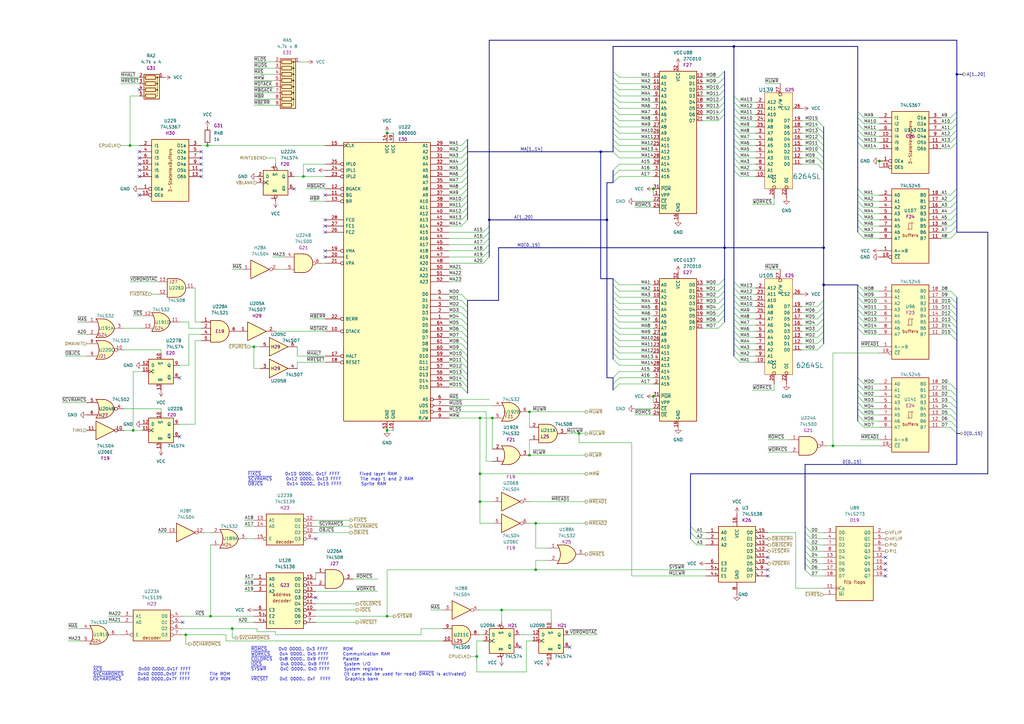
<source format=kicad_sch>
(kicad_sch (version 20230121) (generator eeschema)
  (paper "A3")
  (title_block (title "The Final Round") (date "2023-09-11") (company "Konami GX870") (comment 1 "CPU"))
  (junction (at 76.2 260.35))
  (junction (at 196.85 194.31))
  (junction (at 217.17 168.91))
  (junction (at 267.97 162.56))
  (junction (at 86.36 252.73))
  (junction (at 158.75 176.53))
  (junction (at 392.43 30.48))
  (junction (at 337.82 116.84))
  (junction (at 85.09 59.69))
  (junction (at 196.85 171.45))
  (junction (at 341.63 182.88))
  (junction (at 201.93 171.45))
  (junction (at 158.75 54.61))
  (junction (at 248.92 90.17))
  (junction (at 219.71 214.63))
  (junction (at 124.46 72.39))
  (junction (at 195.58 269.24))
  (junction (at 53.34 59.69))
  (junction (at 360.68 66.04))
  (junction (at 196.85 205.74))
  (junction (at 158.75 252.73))
  (junction (at 337.82 101.6))
  (junction (at 219.71 233.68))
  (junction (at 246.38 62.23))
  (junction (at 297.18 101.6))
  (junction (at 200.66 90.17))
  (junction (at 104.14 142.24))
  (junction (at 95.25 257.81))
  (junction (at 54.61 176.53))
  (junction (at 217.17 186.69))
  (junction (at 267.97 77.47))
  (junction (at 205.74 250.19))
  (junction (at 300.99 19.05))
  (junction (at 237.49 177.8))
  (no_connect (at 363.22 231.14))
  (no_connect (at 73.66 154.94))
  (no_connect (at 73.66 179.07))
  (no_connect (at 74.93 255.27))
  (no_connect (at 363.22 236.22))
  (no_connect (at 120.65 77.47))
  (no_connect (at 363.22 228.6))
  (no_connect (at 129.54 220.98))
  (no_connect (at 233.68 265.43))
  (no_connect (at 213.36 265.43))
  (no_connect (at 314.96 233.68))
  (no_connect (at 314.96 236.22))
  (no_connect (at 314.96 228.6))
  (no_connect (at 57.15 36.83))
  (no_connect (at 133.35 92.71))
  (no_connect (at 133.35 80.01))
  (no_connect (at 133.35 90.17))
  (no_connect (at 133.35 102.87))
  (no_connect (at 133.35 105.41))
  (no_connect (at 133.35 95.25))
  (no_connect (at 129.54 245.11))
  (no_connect (at 57.15 67.31))
  (no_connect (at 57.15 64.77))
  (no_connect (at 57.15 62.23))
  (no_connect (at 82.55 67.31))
  (no_connect (at 82.55 69.85))
  (no_connect (at 82.55 72.39))
  (no_connect (at 82.55 62.23))
  (no_connect (at 82.55 64.77))
  (no_connect (at 57.15 80.01))
  (no_connect (at 57.15 72.39))
  (no_connect (at 57.15 69.85))
  (no_connect (at 363.22 233.68))
  (bus_entry (at 335.28 130.81) (size 2.54 -2.54))
  (bus_entry (at 189.23 72.39) (size 2.54 -2.54))
  (bus_entry (at 389.89 132.08) (size 2.54 2.54))
  (bus_entry (at 389.89 127) (size 2.54 2.54))
  (bus_entry (at 254 149.86) (size -2.54 -2.54))
  (bus_entry (at 294.64 134.62) (size 2.54 -2.54))
  (bus_entry (at 189.23 125.73) (size 2.54 2.54))
  (bus_entry (at 294.64 127) (size 2.54 -2.54))
  (bus_entry (at 335.28 140.97) (size 2.54 -2.54))
  (bus_entry (at 330.2 233.68) (size 2.54 2.54))
  (bus_entry (at 351.79 92.71) (size 2.54 2.54))
  (bus_entry (at 330.2 218.44) (size 2.54 2.54))
  (bus_entry (at 300.99 41.91) (size 2.54 2.54))
  (bus_entry (at 330.2 226.06) (size 2.54 2.54))
  (bus_entry (at 189.23 158.75) (size 2.54 2.54))
  (bus_entry (at 254 49.53) (size -2.54 -2.54))
  (bus_entry (at 300.99 146.05) (size 2.54 2.54))
  (bus_entry (at 351.79 77.47) (size 2.54 2.54))
  (bus_entry (at 189.23 156.21) (size 2.54 2.54))
  (bus_entry (at 389.89 85.09) (size 2.54 -2.54))
  (bus_entry (at 351.79 134.62) (size 2.54 2.54))
  (bus_entry (at 351.79 132.08) (size 2.54 2.54))
  (bus_entry (at 335.28 125.73) (size 2.54 -2.54))
  (bus_entry (at 351.79 157.48) (size 2.54 2.54))
  (bus_entry (at 254 116.84) (size -2.54 -2.54))
  (bus_entry (at 251.46 157.48) (size 2.54 -2.54))
  (bus_entry (at 251.46 160.02) (size 2.54 -2.54))
  (bus_entry (at 251.46 154.94) (size 2.54 -2.54))
  (bus_entry (at 294.64 41.91) (size 2.54 -2.54))
  (bus_entry (at 389.89 134.62) (size 2.54 2.54))
  (bus_entry (at 335.28 54.61) (size 2.54 2.54))
  (bus_entry (at 389.89 157.48) (size 2.54 2.54))
  (bus_entry (at 189.23 80.01) (size 2.54 -2.54))
  (bus_entry (at 189.23 59.69) (size 2.54 -2.54))
  (bus_entry (at 300.99 67.31) (size 2.54 2.54))
  (bus_entry (at 254 139.7) (size -2.54 -2.54))
  (bus_entry (at 294.64 121.92) (size 2.54 -2.54))
  (bus_entry (at 335.28 57.15) (size 2.54 2.54))
  (bus_entry (at 294.64 116.84) (size 2.54 -2.54))
  (bus_entry (at 294.64 44.45) (size 2.54 -2.54))
  (bus_entry (at 351.79 87.63) (size 2.54 2.54))
  (bus_entry (at 300.99 62.23) (size 2.54 2.54))
  (bus_entry (at 389.89 119.38) (size 2.54 2.54))
  (bus_entry (at 189.23 123.19) (size 2.54 2.54))
  (bus_entry (at 198.12 102.87) (size 2.54 -2.54))
  (bus_entry (at 300.99 120.65) (size 2.54 2.54))
  (bus_entry (at 351.79 80.01) (size 2.54 2.54))
  (bus_entry (at 254 144.78) (size -2.54 -2.54))
  (bus_entry (at 389.89 60.96) (size 2.54 -2.54))
  (bus_entry (at 335.28 64.77) (size 2.54 2.54))
  (bus_entry (at 351.79 95.25) (size 2.54 2.54))
  (bus_entry (at 351.79 50.8) (size 2.54 2.54))
  (bus_entry (at 351.79 162.56) (size 2.54 2.54))
  (bus_entry (at 389.89 97.79) (size 2.54 -2.54))
  (bus_entry (at 351.79 116.84) (size 2.54 2.54))
  (bus_entry (at 254 137.16) (size -2.54 -2.54))
  (bus_entry (at 351.79 45.72) (size 2.54 2.54))
  (bus_entry (at 198.12 100.33) (size 2.54 -2.54))
  (bus_entry (at 189.23 62.23) (size 2.54 -2.54))
  (bus_entry (at 389.89 50.8) (size 2.54 -2.54))
  (bus_entry (at 189.23 77.47) (size 2.54 -2.54))
  (bus_entry (at 300.99 133.35) (size 2.54 2.54))
  (bus_entry (at 389.89 170.18) (size 2.54 2.54))
  (bus_entry (at 300.99 138.43) (size 2.54 2.54))
  (bus_entry (at 389.89 129.54) (size 2.54 2.54))
  (bus_entry (at 351.79 160.02) (size 2.54 2.54))
  (bus_entry (at 254 132.08) (size -2.54 -2.54))
  (bus_entry (at 254 36.83) (size -2.54 -2.54))
  (bus_entry (at 283.21 215.9) (size 2.54 2.54))
  (bus_entry (at 335.28 62.23) (size 2.54 2.54))
  (bus_entry (at 189.23 148.59) (size 2.54 2.54))
  (bus_entry (at 254 147.32) (size -2.54 -2.54))
  (bus_entry (at 300.99 143.51) (size 2.54 2.54))
  (bus_entry (at 389.89 48.26) (size 2.54 -2.54))
  (bus_entry (at 300.99 135.89) (size 2.54 2.54))
  (bus_entry (at 351.79 127) (size 2.54 2.54))
  (bus_entry (at 300.99 64.77) (size 2.54 2.54))
  (bus_entry (at 189.23 69.85) (size 2.54 -2.54))
  (bus_entry (at 300.99 57.15) (size 2.54 2.54))
  (bus_entry (at 254 62.23) (size -2.54 -2.54))
  (bus_entry (at 351.79 90.17) (size 2.54 2.54))
  (bus_entry (at 198.12 105.41) (size 2.54 -2.54))
  (bus_entry (at 254 129.54) (size -2.54 -2.54))
  (bus_entry (at 389.89 53.34) (size 2.54 -2.54))
  (bus_entry (at 254 31.75) (size -2.54 -2.54))
  (bus_entry (at 254 52.07) (size -2.54 -2.54))
  (bus_entry (at 330.2 220.98) (size 2.54 2.54))
  (bus_entry (at 294.64 39.37) (size 2.54 -2.54))
  (bus_entry (at 198.12 95.25) (size 2.54 -2.54))
  (bus_entry (at 351.79 167.64) (size 2.54 2.54))
  (bus_entry (at 189.23 133.35) (size 2.54 2.54))
  (bus_entry (at 389.89 95.25) (size 2.54 -2.54))
  (bus_entry (at 254 54.61) (size -2.54 -2.54))
  (bus_entry (at 294.64 49.53) (size 2.54 -2.54))
  (bus_entry (at 254 41.91) (size -2.54 -2.54))
  (bus_entry (at 330.2 223.52) (size 2.54 2.54))
  (bus_entry (at 254 39.37) (size -2.54 -2.54))
  (bus_entry (at 389.89 80.01) (size 2.54 -2.54))
  (bus_entry (at 189.23 130.81) (size 2.54 2.54))
  (bus_entry (at 283.21 218.44) (size 2.54 2.54))
  (bus_entry (at 300.99 115.57) (size 2.54 2.54))
  (bus_entry (at 389.89 121.92) (size 2.54 2.54))
  (bus_entry (at 300.99 69.85) (size 2.54 2.54))
  (bus_entry (at 389.89 160.02) (size 2.54 2.54))
  (bus_entry (at 189.23 140.97) (size 2.54 2.54))
  (bus_entry (at 294.64 34.29) (size 2.54 -2.54))
  (bus_entry (at 335.28 143.51) (size 2.54 -2.54))
  (bus_entry (at 300.99 130.81) (size 2.54 2.54))
  (bus_entry (at 389.89 172.72) (size 2.54 2.54))
  (bus_entry (at 389.89 55.88) (size 2.54 -2.54))
  (bus_entry (at 300.99 52.07) (size 2.54 2.54))
  (bus_entry (at 189.23 128.27) (size 2.54 2.54))
  (bus_entry (at 335.28 135.89) (size 2.54 -2.54))
  (bus_entry (at 254 121.92) (size -2.54 -2.54))
  (bus_entry (at 189.23 143.51) (size 2.54 2.54))
  (bus_entry (at 254 57.15) (size -2.54 -2.54))
  (bus_entry (at 330.2 228.6) (size 2.54 2.54))
  (bus_entry (at 300.99 128.27) (size 2.54 2.54))
  (bus_entry (at 330.2 215.9) (size 2.54 2.54))
  (bus_entry (at 251.46 74.93) (size 2.54 -2.54))
  (bus_entry (at 189.23 64.77) (size 2.54 -2.54))
  (bus_entry (at 189.23 146.05) (size 2.54 2.54))
  (bus_entry (at 389.89 137.16) (size 2.54 2.54))
  (bus_entry (at 189.23 135.89) (size 2.54 2.54))
  (bus_entry (at 389.89 162.56) (size 2.54 2.54))
  (bus_entry (at 389.89 58.42) (size 2.54 -2.54))
  (bus_entry (at 351.79 129.54) (size 2.54 2.54))
  (bus_entry (at 251.46 69.85) (size 2.54 -2.54))
  (bus_entry (at 300.99 125.73) (size 2.54 2.54))
  (bus_entry (at 189.23 138.43) (size 2.54 2.54))
  (bus_entry (at 351.79 119.38) (size 2.54 2.54))
  (bus_entry (at 300.99 54.61) (size 2.54 2.54))
  (bus_entry (at 254 44.45) (size -2.54 -2.54))
  (bus_entry (at 300.99 46.99) (size 2.54 2.54))
  (bus_entry (at 351.79 170.18) (size 2.54 2.54))
  (bus_entry (at 300.99 49.53) (size 2.54 2.54))
  (bus_entry (at 189.23 82.55) (size 2.54 -2.54))
  (bus_entry (at 189.23 85.09) (size 2.54 -2.54))
  (bus_entry (at 189.23 87.63) (size 2.54 -2.54))
  (bus_entry (at 189.23 90.17) (size 2.54 -2.54))
  (bus_entry (at 189.23 92.71) (size 2.54 -2.54))
  (bus_entry (at 189.23 120.65) (size 2.54 2.54))
  (bus_entry (at 389.89 82.55) (size 2.54 -2.54))
  (bus_entry (at 389.89 167.64) (size 2.54 2.54))
  (bus_entry (at 254 124.46) (size -2.54 -2.54))
  (bus_entry (at 300.99 44.45) (size 2.54 2.54))
  (bus_entry (at 351.79 85.09) (size 2.54 2.54))
  (bus_entry (at 294.64 36.83) (size 2.54 -2.54))
  (bus_entry (at 389.89 90.17) (size 2.54 -2.54))
  (bus_entry (at 254 59.69) (size -2.54 -2.54))
  (bus_entry (at 294.64 132.08) (size 2.54 -2.54))
  (bus_entry (at 254 127) (size -2.54 -2.54))
  (bus_entry (at 335.28 67.31) (size 2.54 2.54))
  (bus_entry (at 351.79 165.1) (size 2.54 2.54))
  (bus_entry (at 254 142.24) (size -2.54 -2.54))
  (bus_entry (at 335.28 133.35) (size 2.54 -2.54))
  (bus_entry (at 198.12 97.79) (size 2.54 -2.54))
  (bus_entry (at 335.28 52.07) (size 2.54 2.54))
  (bus_entry (at 351.79 154.94) (size 2.54 2.54))
  (bus_entry (at 351.79 58.42) (size 2.54 2.54))
  (bus_entry (at 389.89 175.26) (size 2.54 2.54))
  (bus_entry (at 254 119.38) (size -2.54 -2.54))
  (bus_entry (at 254 34.29) (size -2.54 -2.54))
  (bus_entry (at 251.46 72.39) (size 2.54 -2.54))
  (bus_entry (at 300.99 123.19) (size 2.54 2.54))
  (bus_entry (at 189.23 74.93) (size 2.54 -2.54))
  (bus_entry (at 335.28 59.69) (size 2.54 2.54))
  (bus_entry (at 189.23 153.67) (size 2.54 2.54))
  (bus_entry (at 254 46.99) (size -2.54 -2.54))
  (bus_entry (at 189.23 67.31) (size 2.54 -2.54))
  (bus_entry (at 294.64 124.46) (size 2.54 -2.54))
  (bus_entry (at 198.12 107.95) (size 2.54 -2.54))
  (bus_entry (at 254 64.77) (size -2.54 -2.54))
  (bus_entry (at 351.79 121.92) (size 2.54 2.54))
  (bus_entry (at 294.64 129.54) (size 2.54 -2.54))
  (bus_entry (at 389.89 124.46) (size 2.54 2.54))
  (bus_entry (at 351.79 172.72) (size 2.54 2.54))
  (bus_entry (at 389.89 87.63) (size 2.54 -2.54))
  (bus_entry (at 300.99 59.69) (size 2.54 2.54))
  (bus_entry (at 300.99 39.37) (size 2.54 2.54))
  (bus_entry (at 330.2 231.14) (size 2.54 2.54))
  (bus_entry (at 351.79 53.34) (size 2.54 2.54))
  (bus_entry (at 351.79 48.26) (size 2.54 2.54))
  (bus_entry (at 351.79 124.46) (size 2.54 2.54))
  (bus_entry (at 300.99 118.11) (size 2.54 2.54))
  (bus_entry (at 335.28 49.53) (size 2.54 2.54))
  (bus_entry (at 335.28 138.43) (size 2.54 -2.54))
  (bus_entry (at 300.99 140.97) (size 2.54 2.54))
  (bus_entry (at 389.89 165.1) (size 2.54 2.54))
  (bus_entry (at 283.21 220.98) (size 2.54 2.54))
  (bus_entry (at 294.64 31.75) (size 2.54 -2.54))
  (bus_entry (at 189.23 151.13) (size 2.54 2.54))
  (bus_entry (at 294.64 46.99) (size 2.54 -2.54))
  (bus_entry (at 335.28 128.27) (size 2.54 -2.54))
  (bus_entry (at 294.64 119.38) (size 2.54 -2.54))
  (bus_entry (at 351.79 55.88) (size 2.54 2.54))
  (bus_entry (at 254 134.62) (size -2.54 -2.54))
  (bus_entry (at 389.89 92.71) (size 2.54 -2.54))
  (bus_entry (at 351.79 82.55) (size 2.54 2.54))
  (wire (pts (xy 386.08 82.55) (xy 389.89 82.55)))
  (wire (pts (xy 288.29 124.46) (xy 294.64 124.46)))
  (bus (pts (xy 337.82 69.85) (xy 337.82 101.6)))
  (wire (pts (xy 260.35 82.55) (xy 267.97 82.55)))
  (bus (pts (xy 392.43 45.72) (xy 392.43 30.48)))
  (wire (pts (xy 254 52.07) (xy 267.97 52.07)))
  (wire (pts (xy 158.75 54.61) (xy 161.29 54.61)))
  (wire (pts (xy 386.08 127) (xy 389.89 127)))
  (bus (pts (xy 251.46 34.29) (xy 251.46 36.83)))
  (wire (pts (xy 77.47 149.86) (xy 73.66 149.86)))
  (wire (pts (xy 80.01 132.08) (xy 82.55 132.08)))
  (wire (pts (xy 196.85 205.74) (xy 196.85 214.63)))
  (wire (pts (xy 328.93 57.15) (xy 335.28 57.15)))
  (wire (pts (xy 184.15 77.47) (xy 189.23 77.47)))
  (bus (pts (xy 300.99 128.27) (xy 300.99 125.73)))
  (bus (pts (xy 337.82 101.6) (xy 337.82 116.84)))
  (bus (pts (xy 337.82 67.31) (xy 337.82 69.85)))
  (wire (pts (xy 360.68 66.04) (xy 360.68 68.58)))
  (wire (pts (xy 215.9 262.89) (xy 215.9 275.59)))
  (wire (pts (xy 254 34.29) (xy 267.97 34.29)))
  (bus (pts (xy 337.82 59.69) (xy 337.82 62.23)))
  (bus (pts (xy 191.77 161.29) (xy 191.77 158.75)))
  (wire (pts (xy 73.66 132.08) (xy 77.47 132.08)))
  (wire (pts (xy 354.33 58.42) (xy 360.68 58.42)))
  (bus (pts (xy 337.82 116.84) (xy 351.79 116.84)))
  (bus (pts (xy 351.79 129.54) (xy 351.79 132.08)))
  (bus (pts (xy 248.92 74.93) (xy 251.46 74.93)))
  (wire (pts (xy 100.33 242.57) (xy 104.14 242.57)))
  (wire (pts (xy 196.85 260.35) (xy 198.12 260.35)))
  (bus (pts (xy 392.43 177.8) (xy 392.43 190.5)))
  (wire (pts (xy 219.71 229.87) (xy 219.71 233.68)))
  (wire (pts (xy 124.46 67.31) (xy 133.35 67.31)))
  (wire (pts (xy 121.92 146.05) (xy 133.35 146.05)))
  (wire (pts (xy 113.03 259.08) (xy 113.03 260.35)))
  (wire (pts (xy 386.08 97.79) (xy 389.89 97.79)))
  (bus (pts (xy 191.77 57.15) (xy 191.77 59.69)))
  (wire (pts (xy 53.34 59.69) (xy 53.34 39.37)))
  (wire (pts (xy 201.93 171.45) (xy 201.93 184.15)))
  (bus (pts (xy 351.79 50.8) (xy 351.79 53.34)))
  (wire (pts (xy 100.33 240.03) (xy 104.14 240.03)))
  (wire (pts (xy 224.79 229.87) (xy 219.71 229.87)))
  (wire (pts (xy 217.17 205.74) (xy 240.03 205.74)))
  (wire (pts (xy 184.15 153.67) (xy 189.23 153.67)))
  (bus (pts (xy 251.46 124.46) (xy 251.46 127)))
  (wire (pts (xy 386.08 90.17) (xy 389.89 90.17)))
  (bus (pts (xy 337.82 123.19) (xy 337.82 125.73)))
  (wire (pts (xy 303.53 118.11) (xy 309.88 118.11)))
  (bus (pts (xy 300.99 57.15) (xy 300.99 54.61)))
  (wire (pts (xy 303.53 140.97) (xy 309.88 140.97)))
  (wire (pts (xy 129.54 218.44) (xy 143.51 218.44)))
  (bus (pts (xy 351.79 165.1) (xy 351.79 167.64)))
  (wire (pts (xy 102.87 142.24) (xy 104.14 142.24)))
  (bus (pts (xy 351.79 124.46) (xy 351.79 127)))
  (wire (pts (xy 267.97 162.56) (xy 267.97 165.1)))
  (wire (pts (xy 158.75 233.68) (xy 158.75 252.73)))
  (wire (pts (xy 354.33 60.96) (xy 360.68 60.96)))
  (wire (pts (xy 328.93 143.51) (xy 335.28 143.51)))
  (wire (pts (xy 332.74 218.44) (xy 337.82 218.44)))
  (wire (pts (xy 354.33 160.02) (xy 360.68 160.02)))
  (wire (pts (xy 360.68 144.78) (xy 341.63 144.78)))
  (bus (pts (xy 337.82 57.15) (xy 337.82 59.69)))
  (bus (pts (xy 392.43 80.01) (xy 392.43 77.47)))
  (wire (pts (xy 254 36.83) (xy 267.97 36.83)))
  (wire (pts (xy 354.33 134.62) (xy 360.68 134.62)))
  (bus (pts (xy 191.77 85.09) (xy 191.77 87.63)))
  (wire (pts (xy 121.92 151.13) (xy 121.92 148.59)))
  (wire (pts (xy 386.08 92.71) (xy 389.89 92.71)))
  (bus (pts (xy 330.2 223.52) (xy 330.2 226.06)))
  (wire (pts (xy 354.33 92.71) (xy 360.68 92.71)))
  (wire (pts (xy 386.08 85.09) (xy 389.89 85.09)))
  (wire (pts (xy 109.22 64.77) (xy 113.03 64.77)))
  (bus (pts (xy 300.99 120.65) (xy 300.99 118.11)))
  (wire (pts (xy 354.33 162.56) (xy 360.68 162.56)))
  (bus (pts (xy 300.99 41.91) (xy 300.99 39.37)))
  (bus (pts (xy 337.82 130.81) (xy 337.82 133.35)))
  (wire (pts (xy 332.74 223.52) (xy 337.82 223.52)))
  (bus (pts (xy 251.46 160.02) (xy 251.46 157.48)))
  (bus (pts (xy 191.77 151.13) (xy 191.77 148.59)))
  (bus (pts (xy 392.43 30.48) (xy 394.97 30.48)))
  (wire (pts (xy 386.08 50.8) (xy 389.89 50.8)))
  (wire (pts (xy 288.29 119.38) (xy 294.64 119.38)))
  (wire (pts (xy 76.2 260.35) (xy 92.71 260.35)))
  (wire (pts (xy 184.15 156.21) (xy 189.23 156.21)))
  (wire (pts (xy 184.15 97.79) (xy 198.12 97.79)))
  (wire (pts (xy 314.96 218.44) (xy 326.39 218.44)))
  (bus (pts (xy 251.46 54.61) (xy 251.46 57.15)))
  (wire (pts (xy 77.47 137.16) (xy 77.47 149.86)))
  (bus (pts (xy 251.46 69.85) (xy 251.46 72.39)))
  (wire (pts (xy 95.25 257.81) (xy 105.41 257.81)))
  (bus (pts (xy 337.82 125.73) (xy 337.82 128.27)))
  (wire (pts (xy 254 152.4) (xy 267.97 152.4)))
  (wire (pts (xy 53.34 115.57) (xy 64.77 115.57)))
  (wire (pts (xy 196.85 205.74) (xy 201.93 205.74)))
  (wire (pts (xy 303.53 64.77) (xy 309.88 64.77)))
  (wire (pts (xy 254 127) (xy 267.97 127)))
  (wire (pts (xy 332.74 226.06) (xy 337.82 226.06)))
  (bus (pts (xy 300.99 19.05) (xy 351.79 19.05)))
  (bus (pts (xy 297.18 119.38) (xy 297.18 121.92)))
  (wire (pts (xy 288.29 46.99) (xy 294.64 46.99)))
  (wire (pts (xy 54.61 152.4) (xy 54.61 176.53)))
  (bus (pts (xy 251.46 46.99) (xy 251.46 49.53)))
  (bus (pts (xy 251.46 137.16) (xy 251.46 139.7)))
  (bus (pts (xy 392.43 90.17) (xy 392.43 87.63)))
  (wire (pts (xy 44.45 255.27) (xy 49.53 255.27)))
  (bus (pts (xy 405.13 95.25) (xy 392.43 95.25)))
  (wire (pts (xy 260.35 167.64) (xy 267.97 167.64)))
  (wire (pts (xy 328.93 135.89) (xy 335.28 135.89)))
  (bus (pts (xy 300.99 39.37) (xy 300.99 19.05)))
  (bus (pts (xy 351.79 90.17) (xy 351.79 92.71)))
  (bus (pts (xy 330.2 215.9) (xy 330.2 218.44)))
  (wire (pts (xy 341.63 182.88) (xy 360.68 182.88)))
  (bus (pts (xy 337.82 116.84) (xy 337.82 123.19)))
  (bus (pts (xy 300.99 143.51) (xy 300.99 140.97)))
  (wire (pts (xy 31.75 132.08) (xy 35.56 132.08)))
  (wire (pts (xy 104.14 40.64) (xy 113.03 40.64)))
  (wire (pts (xy 184.15 82.55) (xy 189.23 82.55)))
  (wire (pts (xy 288.29 31.75) (xy 294.64 31.75)))
  (wire (pts (xy 58.42 134.62) (xy 50.8 134.62)))
  (wire (pts (xy 172.72 257.81) (xy 181.61 257.81)))
  (bus (pts (xy 351.79 82.55) (xy 351.79 85.09)))
  (bus (pts (xy 405.13 194.31) (xy 405.13 95.25)))
  (bus (pts (xy 191.77 67.31) (xy 191.77 69.85)))
  (wire (pts (xy 254 147.32) (xy 267.97 147.32)))
  (bus (pts (xy 330.2 226.06) (xy 330.2 228.6)))
  (wire (pts (xy 386.08 55.88) (xy 389.89 55.88)))
  (bus (pts (xy 300.99 67.31) (xy 300.99 64.77)))
  (wire (pts (xy 129.54 252.73) (xy 158.75 252.73)))
  (bus (pts (xy 251.46 154.94) (xy 248.92 154.94)))
  (wire (pts (xy 158.75 252.73) (xy 161.29 252.73)))
  (bus (pts (xy 251.46 72.39) (xy 251.46 74.93)))
  (wire (pts (xy 184.15 140.97) (xy 189.23 140.97)))
  (bus (pts (xy 392.43 127) (xy 392.43 129.54)))
  (wire (pts (xy 104.14 38.1) (xy 113.03 38.1)))
  (wire (pts (xy 184.15 163.83) (xy 200.66 163.83)))
  (wire (pts (xy 328.93 140.97) (xy 335.28 140.97)))
  (wire (pts (xy 217.17 168.91) (xy 217.17 175.26)))
  (wire (pts (xy 113.03 64.77) (xy 113.03 67.31)))
  (wire (pts (xy 303.53 135.89) (xy 309.88 135.89)))
  (wire (pts (xy 196.85 194.31) (xy 196.85 171.45)))
  (bus (pts (xy 300.99 115.57) (xy 300.99 69.85)))
  (wire (pts (xy 289.56 236.22) (xy 259.08 236.22)))
  (wire (pts (xy 386.08 58.42) (xy 389.89 58.42)))
  (bus (pts (xy 392.43 160.02) (xy 392.43 162.56)))
  (bus (pts (xy 297.18 121.92) (xy 297.18 124.46)))
  (wire (pts (xy 354.33 127) (xy 360.68 127)))
  (bus (pts (xy 392.43 137.16) (xy 392.43 139.7)))
  (wire (pts (xy 303.53 67.31) (xy 309.88 67.31)))
  (wire (pts (xy 328.93 59.69) (xy 335.28 59.69)))
  (wire (pts (xy 332.74 236.22) (xy 337.82 236.22)))
  (wire (pts (xy 328.93 67.31) (xy 335.28 67.31)))
  (bus (pts (xy 200.66 97.79) (xy 200.66 100.33)))
  (wire (pts (xy 95.25 261.62) (xy 96.52 261.62)))
  (bus (pts (xy 191.77 125.73) (xy 191.77 123.19)))
  (wire (pts (xy 58.42 152.4) (xy 54.61 152.4)))
  (wire (pts (xy 254 46.99) (xy 267.97 46.99)))
  (wire (pts (xy 44.45 252.73) (xy 49.53 252.73)))
  (bus (pts (xy 200.66 95.25) (xy 200.66 92.71)))
  (bus (pts (xy 251.46 31.75) (xy 251.46 34.29)))
  (wire (pts (xy 184.15 87.63) (xy 189.23 87.63)))
  (bus (pts (xy 392.43 92.71) (xy 392.43 90.17)))
  (wire (pts (xy 104.14 35.56) (xy 113.03 35.56)))
  (wire (pts (xy 127 82.55) (xy 133.35 82.55)))
  (wire (pts (xy 354.33 82.55) (xy 360.68 82.55)))
  (wire (pts (xy 66.04 167.64) (xy 66.04 168.91)))
  (bus (pts (xy 392.43 50.8) (xy 392.43 48.26)))
  (wire (pts (xy 353.06 142.24) (xy 360.68 142.24)))
  (wire (pts (xy 317.5 160.02) (xy 317.5 157.48)))
  (wire (pts (xy 184.15 110.49) (xy 189.23 110.49)))
  (wire (pts (xy 218.44 262.89) (xy 215.9 262.89)))
  (bus (pts (xy 204.47 101.6) (xy 204.47 123.19)))
  (wire (pts (xy 129.54 215.9) (xy 143.51 215.9)))
  (wire (pts (xy 49.53 34.29) (xy 57.15 34.29)))
  (wire (pts (xy 386.08 157.48) (xy 389.89 157.48)))
  (bus (pts (xy 351.79 58.42) (xy 351.79 77.47)))
  (wire (pts (xy 328.93 128.27) (xy 335.28 128.27)))
  (wire (pts (xy 254 132.08) (xy 267.97 132.08)))
  (wire (pts (xy 303.53 130.81) (xy 309.88 130.81)))
  (wire (pts (xy 111.76 105.41) (xy 116.84 105.41)))
  (wire (pts (xy 105.41 257.81) (xy 105.41 259.08)))
  (bus (pts (xy 251.46 116.84) (xy 251.46 119.38)))
  (wire (pts (xy 328.93 64.77) (xy 335.28 64.77)))
  (bus (pts (xy 251.46 114.3) (xy 251.46 116.84)))
  (bus (pts (xy 337.82 64.77) (xy 337.82 67.31)))
  (wire (pts (xy 184.15 64.77) (xy 189.23 64.77)))
  (wire (pts (xy 77.47 134.62) (xy 82.55 134.62)))
  (bus (pts (xy 351.79 85.09) (xy 351.79 87.63)))
  (bus (pts (xy 191.77 59.69) (xy 191.77 62.23)))
  (bus (pts (xy 297.18 44.45) (xy 297.18 46.99)))
  (wire (pts (xy 196.85 214.63) (xy 201.93 214.63)))
  (wire (pts (xy 328.93 52.07) (xy 335.28 52.07)))
  (bus (pts (xy 191.77 135.89) (xy 191.77 133.35)))
  (wire (pts (xy 77.47 132.08) (xy 77.47 134.62)))
  (wire (pts (xy 195.58 275.59) (xy 195.58 269.24)))
  (wire (pts (xy 172.72 260.35) (xy 172.72 257.81)))
  (bus (pts (xy 351.79 48.26) (xy 351.79 50.8)))
  (wire (pts (xy 184.15 80.01) (xy 189.23 80.01)))
  (wire (pts (xy 184.15 125.73) (xy 189.23 125.73)))
  (wire (pts (xy 354.33 90.17) (xy 360.68 90.17)))
  (wire (pts (xy 288.29 36.83) (xy 294.64 36.83)))
  (bus (pts (xy 191.77 143.51) (xy 191.77 140.97)))
  (wire (pts (xy 219.71 233.68) (xy 289.56 233.68)))
  (bus (pts (xy 251.46 142.24) (xy 251.46 144.78)))
  (wire (pts (xy 332.74 233.68) (xy 337.82 233.68)))
  (wire (pts (xy 254 44.45) (xy 267.97 44.45)))
  (wire (pts (xy 217.17 180.34) (xy 217.17 186.69)))
  (wire (pts (xy 240.03 194.31) (xy 196.85 194.31)))
  (bus (pts (xy 300.99 133.35) (xy 300.99 130.81)))
  (wire (pts (xy 133.35 72.39) (xy 124.46 72.39)))
  (wire (pts (xy 303.53 41.91) (xy 309.88 41.91)))
  (wire (pts (xy 328.93 62.23) (xy 335.28 62.23)))
  (wire (pts (xy 104.14 25.4) (xy 113.03 25.4)))
  (wire (pts (xy 354.33 170.18) (xy 360.68 170.18)))
  (bus (pts (xy 337.82 62.23) (xy 337.82 64.77)))
  (wire (pts (xy 332.74 228.6) (xy 337.82 228.6)))
  (bus (pts (xy 330.2 190.5) (xy 330.2 215.9)))
  (bus (pts (xy 392.43 172.72) (xy 392.43 175.26)))
  (bus (pts (xy 200.66 102.87) (xy 200.66 105.41)))
  (bus (pts (xy 200.66 97.79) (xy 200.66 95.25)))
  (wire (pts (xy 48.26 260.35) (xy 49.53 260.35)))
  (wire (pts (xy 226.06 270.51) (xy 224.79 270.51)))
  (bus (pts (xy 283.21 215.9) (xy 283.21 194.31)))
  (wire (pts (xy 104.14 142.24) (xy 104.14 151.13)))
  (wire (pts (xy 354.33 121.92) (xy 360.68 121.92)))
  (wire (pts (xy 195.58 269.24) (xy 195.58 262.89)))
  (wire (pts (xy 285.75 220.98) (xy 289.56 220.98)))
  (wire (pts (xy 104.14 27.94) (xy 113.03 27.94)))
  (wire (pts (xy 354.33 85.09) (xy 360.68 85.09)))
  (wire (pts (xy 314.96 180.34) (xy 323.85 180.34)))
  (wire (pts (xy 184.15 123.19) (xy 189.23 123.19)))
  (wire (pts (xy 184.15 90.17) (xy 189.23 90.17)))
  (bus (pts (xy 251.46 144.78) (xy 251.46 147.32)))
  (bus (pts (xy 251.46 119.38) (xy 251.46 121.92)))
  (wire (pts (xy 129.54 255.27) (xy 146.05 255.27)))
  (bus (pts (xy 191.77 130.81) (xy 191.77 128.27)))
  (bus (pts (xy 191.77 77.47) (xy 191.77 80.01)))
  (bus (pts (xy 191.77 80.01) (xy 191.77 82.55)))
  (bus (pts (xy 392.43 177.8) (xy 393.7 177.8)))
  (bus (pts (xy 191.77 128.27) (xy 191.77 125.73)))
  (bus (pts (xy 351.79 160.02) (xy 351.79 162.56)))
  (wire (pts (xy 184.15 148.59) (xy 189.23 148.59)))
  (wire (pts (xy 254 124.46) (xy 267.97 124.46)))
  (wire (pts (xy 254 137.16) (xy 267.97 137.16)))
  (wire (pts (xy 288.29 134.62) (xy 294.64 134.62)))
  (wire (pts (xy 213.36 260.35) (xy 218.44 260.35)))
  (wire (pts (xy 303.53 138.43) (xy 309.88 138.43)))
  (wire (pts (xy 254 157.48) (xy 267.97 157.48)))
  (wire (pts (xy 158.75 233.68) (xy 219.71 233.68)))
  (bus (pts (xy 283.21 194.31) (xy 405.13 194.31)))
  (wire (pts (xy 176.53 250.19) (xy 181.61 250.19)))
  (wire (pts (xy 184.15 135.89) (xy 189.23 135.89)))
  (wire (pts (xy 196.85 171.45) (xy 201.93 171.45)))
  (wire (pts (xy 76.2 260.35) (xy 74.93 260.35)))
  (wire (pts (xy 129.54 213.36) (xy 143.51 213.36)))
  (wire (pts (xy 53.34 59.69) (xy 57.15 59.69)))
  (wire (pts (xy 313.69 110.49) (xy 320.04 110.49)))
  (wire (pts (xy 50.8 176.53) (xy 54.61 176.53)))
  (wire (pts (xy 196.85 194.31) (xy 196.85 205.74)))
  (wire (pts (xy 288.29 44.45) (xy 294.64 44.45)))
  (wire (pts (xy 104.14 142.24) (xy 106.68 142.24)))
  (wire (pts (xy 254 149.86) (xy 267.97 149.86)))
  (bus (pts (xy 351.79 87.63) (xy 351.79 90.17)))
  (wire (pts (xy 254 59.69) (xy 267.97 59.69)))
  (bus (pts (xy 297.18 39.37) (xy 297.18 41.91)))
  (wire (pts (xy 317.5 83.82) (xy 317.5 81.28)))
  (wire (pts (xy 50.8 167.64) (xy 66.04 167.64)))
  (bus (pts (xy 191.77 62.23) (xy 191.77 64.77)))
  (wire (pts (xy 132.08 107.95) (xy 133.35 107.95)))
  (wire (pts (xy 328.93 54.61) (xy 335.28 54.61)))
  (bus (pts (xy 351.79 170.18) (xy 351.79 172.72)))
  (bus (pts (xy 251.46 132.08) (xy 251.46 134.62)))
  (bus (pts (xy 392.43 134.62) (xy 392.43 137.16)))
  (wire (pts (xy 104.14 151.13) (xy 106.68 151.13)))
  (bus (pts (xy 251.46 52.07) (xy 251.46 54.61)))
  (wire (pts (xy 27.94 262.89) (xy 33.02 262.89)))
  (wire (pts (xy 54.61 129.54) (xy 58.42 129.54)))
  (bus (pts (xy 191.77 62.23) (xy 246.38 62.23)))
  (bus (pts (xy 392.43 82.55) (xy 392.43 80.01)))
  (bus (pts (xy 251.46 36.83) (xy 251.46 39.37)))
  (wire (pts (xy 199.39 168.91) (xy 199.39 189.23)))
  (wire (pts (xy 53.34 39.37) (xy 57.15 39.37)))
  (bus (pts (xy 251.46 39.37) (xy 251.46 41.91)))
  (wire (pts (xy 217.17 168.91) (xy 240.03 168.91)))
  (wire (pts (xy 254 62.23) (xy 267.97 62.23)))
  (wire (pts (xy 184.15 105.41) (xy 198.12 105.41)))
  (bus (pts (xy 200.66 16.51) (xy 392.43 16.51)))
  (wire (pts (xy 308.61 83.82) (xy 317.5 83.82)))
  (wire (pts (xy 49.53 31.75) (xy 57.15 31.75)))
  (bus (pts (xy 337.82 138.43) (xy 337.82 140.97)))
  (bus (pts (xy 351.79 132.08) (xy 351.79 134.62)))
  (bus (pts (xy 392.43 87.63) (xy 392.43 85.09)))
  (bus (pts (xy 200.66 92.71) (xy 200.66 90.17)))
  (bus (pts (xy 330.2 220.98) (xy 330.2 223.52)))
  (wire (pts (xy 354.33 55.88) (xy 360.68 55.88)))
  (wire (pts (xy 27.94 257.81) (xy 33.02 257.81)))
  (bus (pts (xy 392.43 132.08) (xy 392.43 134.62)))
  (wire (pts (xy 254 67.31) (xy 267.97 67.31)))
  (bus (pts (xy 283.21 220.98) (xy 283.21 218.44)))
  (wire (pts (xy 354.33 132.08) (xy 360.68 132.08)))
  (bus (pts (xy 330.2 228.6) (xy 330.2 231.14)))
  (wire (pts (xy 386.08 124.46) (xy 389.89 124.46)))
  (wire (pts (xy 303.53 46.99) (xy 309.88 46.99)))
  (bus (pts (xy 392.43 190.5) (xy 330.2 190.5)))
  (wire (pts (xy 184.15 171.45) (xy 196.85 171.45)))
  (bus (pts (xy 351.79 19.05) (xy 351.79 45.72)))
  (wire (pts (xy 205.74 250.19) (xy 226.06 250.19)))
  (wire (pts (xy 354.33 50.8) (xy 360.68 50.8)))
  (wire (pts (xy 196.85 250.19) (xy 205.74 250.19)))
  (wire (pts (xy 82.55 59.69) (xy 85.09 59.69)))
  (bus (pts (xy 251.46 121.92) (xy 251.46 124.46)))
  (bus (pts (xy 337.82 135.89) (xy 337.82 138.43)))
  (wire (pts (xy 184.15 92.71) (xy 189.23 92.71)))
  (wire (pts (xy 314.96 185.42) (xy 323.85 185.42)))
  (bus (pts (xy 191.77 138.43) (xy 191.77 135.89)))
  (bus (pts (xy 204.47 101.6) (xy 297.18 101.6)))
  (wire (pts (xy 354.33 97.79) (xy 360.68 97.79)))
  (wire (pts (xy 104.14 43.18) (xy 113.03 43.18)))
  (wire (pts (xy 95.25 110.49) (xy 99.06 110.49)))
  (bus (pts (xy 191.77 148.59) (xy 191.77 146.05)))
  (wire (pts (xy 184.15 59.69) (xy 189.23 59.69)))
  (wire (pts (xy 285.75 223.52) (xy 289.56 223.52)))
  (bus (pts (xy 351.79 53.34) (xy 351.79 55.88)))
  (wire (pts (xy 328.93 130.81) (xy 335.28 130.81)))
  (bus (pts (xy 200.66 100.33) (xy 200.66 102.87)))
  (wire (pts (xy 328.93 133.35) (xy 335.28 133.35)))
  (wire (pts (xy 184.15 138.43) (xy 189.23 138.43)))
  (wire (pts (xy 86.36 223.52) (xy 86.36 252.73)))
  (wire (pts (xy 303.53 69.85) (xy 309.88 69.85)))
  (bus (pts (xy 392.43 48.26) (xy 392.43 45.72)))
  (wire (pts (xy 386.08 137.16) (xy 389.89 137.16)))
  (wire (pts (xy 184.15 74.93) (xy 189.23 74.93)))
  (wire (pts (xy 353.06 180.34) (xy 360.68 180.34)))
  (wire (pts (xy 85.09 59.69) (xy 133.35 59.69)))
  (wire (pts (xy 303.53 125.73) (xy 309.88 125.73)))
  (wire (pts (xy 74.93 252.73) (xy 86.36 252.73)))
  (bus (pts (xy 251.46 129.54) (xy 251.46 132.08)))
  (wire (pts (xy 215.9 275.59) (xy 195.58 275.59)))
  (bus (pts (xy 392.43 167.64) (xy 392.43 170.18)))
  (bus (pts (xy 300.99 130.81) (xy 300.99 128.27)))
  (wire (pts (xy 288.29 41.91) (xy 294.64 41.91)))
  (wire (pts (xy 303.53 133.35) (xy 309.88 133.35)))
  (bus (pts (xy 248.92 90.17) (xy 248.92 154.94)))
  (wire (pts (xy 184.15 158.75) (xy 189.23 158.75)))
  (wire (pts (xy 328.93 49.53) (xy 335.28 49.53)))
  (wire (pts (xy 254 57.15) (xy 267.97 57.15)))
  (wire (pts (xy 354.33 48.26) (xy 360.68 48.26)))
  (wire (pts (xy 354.33 124.46) (xy 360.68 124.46)))
  (wire (pts (xy 386.08 119.38) (xy 389.89 119.38)))
  (wire (pts (xy 254 41.91) (xy 267.97 41.91)))
  (wire (pts (xy 237.49 181.61) (xy 237.49 177.8)))
  (wire (pts (xy 184.15 95.25) (xy 198.12 95.25)))
  (wire (pts (xy 80.01 118.11) (xy 80.01 132.08)))
  (bus (pts (xy 297.18 29.21) (xy 297.18 31.75)))
  (wire (pts (xy 158.75 176.53) (xy 161.29 176.53)))
  (bus (pts (xy 248.92 90.17) (xy 248.92 74.93)))
  (wire (pts (xy 303.53 57.15) (xy 309.88 57.15)))
  (wire (pts (xy 386.08 134.62) (xy 389.89 134.62)))
  (wire (pts (xy 308.61 160.02) (xy 317.5 160.02)))
  (wire (pts (xy 184.15 143.51) (xy 189.23 143.51)))
  (wire (pts (xy 354.33 53.34) (xy 360.68 53.34)))
  (wire (pts (xy 219.71 214.63) (xy 240.03 214.63)))
  (wire (pts (xy 123.19 25.4) (xy 125.73 25.4)))
  (bus (pts (xy 191.77 140.97) (xy 191.77 138.43)))
  (bus (pts (xy 297.18 101.6) (xy 297.18 114.3)))
  (wire (pts (xy 50.8 143.51) (xy 66.04 143.51)))
  (wire (pts (xy 101.6 220.98) (xy 104.14 220.98)))
  (wire (pts (xy 254 49.53) (xy 267.97 49.53)))
  (wire (pts (xy 92.71 260.35) (xy 92.71 262.89)))
  (bus (pts (xy 297.18 101.6) (xy 337.82 101.6)))
  (wire (pts (xy 386.08 165.1) (xy 389.89 165.1)))
  (wire (pts (xy 184.15 113.03) (xy 189.23 113.03)))
  (wire (pts (xy 129.54 247.65) (xy 146.05 247.65)))
  (bus (pts (xy 297.18 34.29) (xy 297.18 36.83)))
  (bus (pts (xy 251.46 157.48) (xy 251.46 154.94)))
  (wire (pts (xy 354.33 119.38) (xy 360.68 119.38)))
  (bus (pts (xy 191.77 72.39) (xy 191.77 74.93)))
  (wire (pts (xy 254 39.37) (xy 267.97 39.37)))
  (bus (pts (xy 392.43 53.34) (xy 392.43 50.8)))
  (bus (pts (xy 246.38 62.23) (xy 246.38 114.3)))
  (wire (pts (xy 95.25 257.81) (xy 95.25 261.62)))
  (bus (pts (xy 337.82 52.07) (xy 337.82 54.61)))
  (bus (pts (xy 191.77 158.75) (xy 191.77 156.21)))
  (wire (pts (xy 82.55 139.7) (xy 80.01 139.7)))
  (bus (pts (xy 392.43 121.92) (xy 392.43 124.46)))
  (wire (pts (xy 113.03 135.89) (xy 133.35 135.89)))
  (wire (pts (xy 121.92 148.59) (xy 133.35 148.59)))
  (bus (pts (xy 300.99 46.99) (xy 300.99 44.45)))
  (bus (pts (xy 351.79 134.62) (xy 351.79 154.94)))
  (wire (pts (xy 254 72.39) (xy 267.97 72.39)))
  (bus (pts (xy 351.79 55.88) (xy 351.79 58.42)))
  (wire (pts (xy 184.15 128.27) (xy 189.23 128.27)))
  (bus (pts (xy 300.99 52.07) (xy 300.99 49.53)))
  (wire (pts (xy 100.33 215.9) (xy 104.14 215.9)))
  (bus (pts (xy 283.21 218.44) (xy 283.21 215.9)))
  (wire (pts (xy 386.08 175.26) (xy 389.89 175.26)))
  (wire (pts (xy 386.08 162.56) (xy 389.89 162.56)))
  (bus (pts (xy 392.43 124.46) (xy 392.43 127)))
  (wire (pts (xy 386.08 53.34) (xy 389.89 53.34)))
  (wire (pts (xy 254 129.54) (xy 267.97 129.54)))
  (bus (pts (xy 300.99 59.69) (xy 300.99 57.15)))
  (bus (pts (xy 191.77 74.93) (xy 191.77 77.47)))
  (wire (pts (xy 76.2 264.16) (xy 76.2 260.35)))
  (wire (pts (xy 62.23 120.65) (xy 64.77 120.65)))
  (wire (pts (xy 184.15 62.23) (xy 189.23 62.23)))
  (wire (pts (xy 303.53 52.07) (xy 309.88 52.07)))
  (wire (pts (xy 114.3 110.49) (xy 116.84 110.49)))
  (wire (pts (xy 184.15 85.09) (xy 189.23 85.09)))
  (wire (pts (xy 25.4 165.1) (xy 35.56 165.1)))
  (bus (pts (xy 300.99 19.05) (xy 251.46 19.05)))
  (wire (pts (xy 64.77 218.44) (xy 68.58 218.44)))
  (bus (pts (xy 251.46 114.3) (xy 246.38 114.3)))
  (wire (pts (xy 288.29 39.37) (xy 294.64 39.37)))
  (wire (pts (xy 254 139.7) (xy 267.97 139.7)))
  (bus (pts (xy 191.77 82.55) (xy 191.77 85.09)))
  (bus (pts (xy 246.38 62.23) (xy 251.46 62.23)))
  (bus (pts (xy 392.43 175.26) (xy 392.43 177.8)))
  (bus (pts (xy 251.46 134.62) (xy 251.46 137.16)))
  (bus (pts (xy 337.82 128.27) (xy 337.82 130.81)))
  (wire (pts (xy 184.15 168.91) (xy 199.39 168.91)))
  (wire (pts (xy 254 119.38) (xy 267.97 119.38)))
  (wire (pts (xy 184.15 166.37) (xy 201.93 166.37)))
  (wire (pts (xy 184.15 67.31) (xy 189.23 67.31)))
  (wire (pts (xy 31.75 137.16) (xy 35.56 137.16)))
  (bus (pts (xy 351.79 167.64) (xy 351.79 170.18)))
  (wire (pts (xy 303.53 148.59) (xy 309.88 148.59)))
  (bus (pts (xy 392.43 162.56) (xy 392.43 165.1)))
  (wire (pts (xy 260.35 170.18) (xy 267.97 170.18)))
  (wire (pts (xy 217.17 186.69) (xy 240.03 186.69)))
  (bus (pts (xy 300.99 49.53) (xy 300.99 46.99)))
  (bus (pts (xy 251.46 127) (xy 251.46 129.54)))
  (bus (pts (xy 191.77 146.05) (xy 191.77 143.51)))
  (bus (pts (xy 351.79 45.72) (xy 351.79 48.26)))
  (wire (pts (xy 254 154.94) (xy 267.97 154.94)))
  (wire (pts (xy 386.08 95.25) (xy 389.89 95.25)))
  (wire (pts (xy 184.15 120.65) (xy 189.23 120.65)))
  (bus (pts (xy 351.79 77.47) (xy 351.79 80.01)))
  (wire (pts (xy 54.61 176.53) (xy 58.42 176.53)))
  (bus (pts (xy 297.18 116.84) (xy 297.18 119.38)))
  (bus (pts (xy 351.79 127) (xy 351.79 129.54)))
  (wire (pts (xy 354.33 175.26) (xy 360.68 175.26)))
  (wire (pts (xy 354.33 80.01) (xy 360.68 80.01)))
  (bus (pts (xy 251.46 41.91) (xy 251.46 44.45)))
  (wire (pts (xy 303.53 62.23) (xy 309.88 62.23)))
  (bus (pts (xy 251.46 49.53) (xy 251.46 52.07)))
  (bus (pts (xy 251.46 29.21) (xy 251.46 31.75)))
  (wire (pts (xy 120.65 72.39) (xy 124.46 72.39)))
  (wire (pts (xy 354.33 95.25) (xy 360.68 95.25)))
  (wire (pts (xy 121.92 142.24) (xy 121.92 146.05)))
  (bus (pts (xy 392.43 170.18) (xy 392.43 172.72)))
  (wire (pts (xy 184.15 115.57) (xy 189.23 115.57)))
  (bus (pts (xy 300.99 69.85) (xy 300.99 67.31)))
  (wire (pts (xy 288.29 129.54) (xy 294.64 129.54)))
  (bus (pts (xy 297.18 46.99) (xy 297.18 101.6)))
  (wire (pts (xy 184.15 151.13) (xy 189.23 151.13)))
  (wire (pts (xy 86.36 252.73) (xy 104.14 252.73)))
  (bus (pts (xy 392.43 139.7) (xy 392.43 160.02)))
  (bus (pts (xy 191.77 133.35) (xy 191.77 130.81)))
  (wire (pts (xy 326.39 241.3) (xy 337.82 241.3)))
  (wire (pts (xy 237.49 177.8) (xy 240.03 177.8)))
  (bus (pts (xy 251.46 19.05) (xy 251.46 29.21)))
  (bus (pts (xy 251.46 44.45) (xy 251.46 46.99)))
  (bus (pts (xy 200.66 90.17) (xy 248.92 90.17)))
  (wire (pts (xy 288.29 121.92) (xy 294.64 121.92)))
  (wire (pts (xy 332.74 220.98) (xy 337.82 220.98)))
  (bus (pts (xy 392.43 16.51) (xy 392.43 30.48)))
  (bus (pts (xy 297.18 124.46) (xy 297.18 127)))
  (wire (pts (xy 92.71 262.89) (xy 181.61 262.89)))
  (wire (pts (xy 184.15 133.35) (xy 189.23 133.35)))
  (bus (pts (xy 297.18 129.54) (xy 297.18 132.08)))
  (wire (pts (xy 303.53 54.61) (xy 309.88 54.61)))
  (bus (pts (xy 351.79 92.71) (xy 351.79 95.25)))
  (bus (pts (xy 351.79 162.56) (xy 351.79 165.1)))
  (wire (pts (xy 339.09 182.88) (xy 341.63 182.88)))
  (wire (pts (xy 386.08 60.96) (xy 389.89 60.96)))
  (bus (pts (xy 300.99 62.23) (xy 300.99 59.69)))
  (wire (pts (xy 77.47 137.16) (xy 82.55 137.16)))
  (bus (pts (xy 351.79 116.84) (xy 351.79 119.38)))
  (wire (pts (xy 267.97 77.47) (xy 267.97 80.01)))
  (bus (pts (xy 300.99 140.97) (xy 300.99 138.43)))
  (wire (pts (xy 254 121.92) (xy 267.97 121.92)))
  (bus (pts (xy 300.99 123.19) (xy 300.99 120.65)))
  (wire (pts (xy 254 142.24) (xy 267.97 142.24)))
  (wire (pts (xy 386.08 48.26) (xy 389.89 48.26)))
  (wire (pts (xy 341.63 144.78) (xy 341.63 182.88)))
  (bus (pts (xy 300.99 54.61) (xy 300.99 52.07)))
  (bus (pts (xy 191.77 69.85) (xy 191.77 72.39)))
  (bus (pts (xy 300.99 64.77) (xy 300.99 62.23)))
  (wire (pts (xy 129.54 234.95) (xy 129.54 237.49)))
  (bus (pts (xy 191.77 156.21) (xy 191.77 153.67)))
  (bus (pts (xy 191.77 153.67) (xy 191.77 151.13)))
  (wire (pts (xy 97.79 255.27) (xy 104.14 255.27)))
  (wire (pts (xy 303.53 44.45) (xy 309.88 44.45)))
  (wire (pts (xy 49.53 59.69) (xy 53.34 59.69)))
  (bus (pts (xy 351.79 121.92) (xy 351.79 124.46)))
  (wire (pts (xy 326.39 218.44) (xy 326.39 241.3)))
  (wire (pts (xy 205.74 250.19) (xy 205.74 255.27)))
  (wire (pts (xy 195.58 262.89) (xy 198.12 262.89)))
  (wire (pts (xy 254 69.85) (xy 267.97 69.85)))
  (wire (pts (xy 113.03 260.35) (xy 172.72 260.35)))
  (bus (pts (xy 392.43 95.25) (xy 392.43 92.71)))
  (wire (pts (xy 303.53 49.53) (xy 309.88 49.53)))
  (bus (pts (xy 300.99 135.89) (xy 300.99 133.35)))
  (bus (pts (xy 392.43 165.1) (xy 392.43 167.64)))
  (bus (pts (xy 300.99 125.73) (xy 300.99 123.19)))
  (wire (pts (xy 303.53 120.65) (xy 309.88 120.65)))
  (wire (pts (xy 260.35 85.09) (xy 267.97 85.09)))
  (wire (pts (xy 80.01 139.7) (xy 80.01 173.99)))
  (wire (pts (xy 224.79 224.79) (xy 219.71 224.79)))
  (wire (pts (xy 66.04 143.51) (xy 66.04 144.78)))
  (wire (pts (xy 386.08 160.02) (xy 389.89 160.02)))
  (wire (pts (xy 303.53 143.51) (xy 309.88 143.51)))
  (wire (pts (xy 254 116.84) (xy 267.97 116.84)))
  (wire (pts (xy 332.74 231.14) (xy 337.82 231.14)))
  (wire (pts (xy 127 130.81) (xy 133.35 130.81)))
  (wire (pts (xy 100.33 237.49) (xy 104.14 237.49)))
  (bus (pts (xy 300.99 44.45) (xy 300.99 41.91)))
  (wire (pts (xy 100.33 213.36) (xy 104.14 213.36)))
  (bus (pts (xy 191.77 64.77) (xy 191.77 67.31)))
  (wire (pts (xy 386.08 80.01) (xy 389.89 80.01)))
  (wire (pts (xy 217.17 214.63) (xy 219.71 214.63)))
  (bus (pts (xy 251.46 59.69) (xy 251.46 62.23)))
  (wire (pts (xy 26.67 146.05) (xy 35.56 146.05)))
  (bus (pts (xy 200.66 90.17) (xy 200.66 16.51)))
  (bus (pts (xy 297.18 127) (xy 297.18 129.54)))
  (wire (pts (xy 386.08 87.63) (xy 389.89 87.63)))
  (bus (pts (xy 392.43 58.42) (xy 392.43 55.88)))
  (wire (pts (xy 193.04 269.24) (xy 195.58 269.24)))
  (wire (pts (xy 303.53 72.39) (xy 309.88 72.39)))
  (wire (pts (xy 184.15 130.81) (xy 189.23 130.81)))
  (wire (pts (xy 80.01 173.99) (xy 73.66 173.99)))
  (wire (pts (xy 184.15 107.95) (xy 198.12 107.95)))
  (bus (pts (xy 300.99 138.43) (xy 300.99 135.89)))
  (bus (pts (xy 392.43 77.47) (xy 392.43 58.42)))
  (wire (pts (xy 386.08 170.18) (xy 389.89 170.18)))
  (wire (pts (xy 184.15 146.05) (xy 189.23 146.05)))
  (wire (pts (xy 386.08 129.54) (xy 389.89 129.54)))
  (wire (pts (xy 184.15 69.85) (xy 189.23 69.85)))
  (wire (pts (xy 83.82 218.44) (xy 86.36 218.44)))
  (wire (pts (xy 354.33 137.16) (xy 360.68 137.16)))
  (wire (pts (xy 254 134.62) (xy 267.97 134.62)))
  (wire (pts (xy 219.71 224.79) (xy 219.71 214.63)))
  (bus (pts (xy 337.82 133.35) (xy 337.82 135.89)))
  (bus (pts (xy 251.46 57.15) (xy 251.46 59.69)))
  (bus (pts (xy 300.99 146.05) (xy 300.99 143.51)))
  (bus (pts (xy 297.18 36.83) (xy 297.18 39.37)))
  (wire (pts (xy 259.08 181.61) (xy 237.49 181.61)))
  (wire (pts (xy 77.47 264.16) (xy 76.2 264.16)))
  (wire (pts (xy 303.53 146.05) (xy 309.88 146.05)))
  (bus (pts (xy 251.46 139.7) (xy 251.46 142.24)))
  (wire (pts (xy 354.33 167.64) (xy 360.68 167.64)))
  (wire (pts (xy 288.29 34.29) (xy 294.64 34.29)))
  (wire (pts (xy 354.33 87.63) (xy 360.68 87.63)))
  (wire (pts (xy 354.33 157.48) (xy 360.68 157.48)))
  (bus (pts (xy 351.79 154.94) (xy 351.79 157.48)))
  (bus (pts (xy 392.43 55.88) (xy 392.43 53.34)))
  (wire (pts (xy 125.73 77.47) (xy 133.35 77.47)))
  (wire (pts (xy 328.93 138.43) (xy 335.28 138.43)))
  (wire (pts (xy 104.14 30.48) (xy 113.03 30.48)))
  (bus (pts (xy 392.43 129.54) (xy 392.43 132.08)))
  (bus (pts (xy 337.82 54.61) (xy 337.82 57.15)))
  (wire (pts (xy 303.53 128.27) (xy 309.88 128.27)))
  (wire (pts (xy 386.08 172.72) (xy 389.89 172.72)))
  (bus (pts (xy 297.18 31.75) (xy 297.18 34.29)))
  (wire (pts (xy 199.39 189.23) (xy 201.93 189.23)))
  (wire (pts (xy 386.08 132.08) (xy 389.89 132.08)))
  (bus (pts (xy 297.18 114.3) (xy 297.18 116.84)))
  (wire (pts (xy 386.08 167.64) (xy 389.89 167.64)))
  (bus (pts (xy 300.99 118.11) (xy 300.99 115.57)))
  (bus (pts (xy 191.77 123.19) (xy 204.47 123.19)))
  (wire (pts (xy 313.69 34.29) (xy 320.04 34.29)))
  (wire (pts (xy 386.08 121.92) (xy 389.89 121.92)))
  (wire (pts (xy 104.14 33.02) (xy 113.03 33.02)))
  (wire (pts (xy 254 54.61) (xy 267.97 54.61)))
  (bus (pts (xy 392.43 85.09) (xy 392.43 82.55)))
  (wire (pts (xy 254 31.75) (xy 267.97 31.75)))
  (bus (pts (xy 351.79 80.01) (xy 351.79 82.55)))
  (wire (pts (xy 285.75 218.44) (xy 289.56 218.44)))
  (wire (pts (xy 129.54 250.19) (xy 146.05 250.19)))
  (wire (pts (xy 354.33 172.72) (xy 360.68 172.72)))
  (wire (pts (xy 288.29 132.08) (xy 294.64 132.08)))
  (wire (pts (xy 354.33 129.54) (xy 360.68 129.54)))
  (wire (pts (xy 288.29 116.84) (xy 294.64 116.84)))
  (wire (pts (xy 233.68 260.35) (xy 245.11 260.35)))
  (bus (pts (xy 191.77 87.63) (xy 191.77 90.17)))
  (wire (pts (xy 184.15 72.39) (xy 189.23 72.39)))
  (bus (pts (xy 297.18 41.91) (xy 297.18 44.45)))
  (wire (pts (xy 259.08 236.22) (xy 259.08 181.61)))
  (wire (pts (xy 74.93 257.81) (xy 95.25 257.81)))
  (wire (pts (xy 144.78 237.49) (xy 154.94 237.49)))
  (wire (pts (xy 184.15 102.87) (xy 198.12 102.87)))
  (bus (pts (xy 330.2 218.44) (xy 330.2 220.98)))
  (wire (pts (xy 184.15 100.33) (xy 198.12 100.33)))
  (wire (pts (xy 303.53 123.19) (xy 309.88 123.19)))
  (wire (pts (xy 303.53 59.69) (xy 309.88 59.69)))
  (wire (pts (xy 288.29 127) (xy 294.64 127)))
  (wire (pts (xy 354.33 165.1) (xy 360.68 165.1)))
  (bus (pts (xy 351.79 157.48) (xy 351.79 160.02)))
  (wire (pts (xy 328.93 125.73) (xy 335.28 125.73)))
  (wire (pts (xy 254 144.78) (xy 267.97 144.78)))
  (bus (pts (xy 351.79 119.38) (xy 351.79 121.92)))
  (wire (pts (xy 226.06 255.27) (xy 226.06 250.19)))
  (wire (pts (xy 124.46 72.39) (xy 124.46 67.31)))
  (wire (pts (xy 129.54 242.57) (xy 154.94 242.57)))
  (wire (pts (xy 288.29 49.53) (xy 294.64 49.53)))
  (wire (pts (xy 254 64.77) (xy 267.97 64.77)))
  (wire (pts (xy 232.41 177.8) (xy 237.49 177.8)))
  (bus (pts (xy 330.2 231.14) (xy 330.2 233.68)))
  (wire (pts (xy 105.41 259.08) (xy 113.03 259.08)))
  (text "~{FIXCS}		0x10 0000.. 0x1F FFFF	Fixed layer RAM\n~{SCVRAMCS}	 0x12 0000.. 0x13 FFFF	 Tile map 1 and 2 RAM\n~{OBJCS}		0x14 0000.. 0x15 FFFF	Sprite RAM" (at 101.6 199.39 0) (effects (font (size 1.27 1.27)) (justify left bottom)))
  (text "~{XCS}			0x00 0000..0x1F FFFF\n~{SVCHAROMCS} 	 0x40 0000..0x5F FFFF	Tile ROM\n~{OCHAROMCS}	  0x60 0000..0x7F FFFF	 GFX ROM" (at 38.1 279.4 0) (effects (font (size 1.27 1.27)) (justify left bottom)))
  (text "~{ROMCS}	0x0 0000.. 0x3 FFFF	 ROM\n~{WORKCS}    0x4 0000.. 0x5 FFFF      Communication RAM\n~{COLORCS}   0x8 0000.. 0x9 FFFF      Palette\n~{IOCS}	   0xA 0000.. 0xB FFFF      System I/O\n~{SYSWR}	 0xC 0000.. 0xD FFFF      System registers \n							   (It can also be used for read) ~{DMACS} is activated)\n~{VRCSET}	0xE 0000.. 0xF  FFFF      Graphics bank" (at 102.87 279.4 0) (effects (font (size 1.27 1.27)) (justify left bottom)))
  (label "MA12" (at 262.89 59.69 0))
  (label "~{MREAD1}" (at 353.06 142.24 0))
  (label "MA3" (at 262.89 121.92 0))
  (label "MD11" (at 289.56 39.37 0))
  (label "MA4" (at 184.15 67.31 0))
  (label "~{OBJCS}" (at 26.67 146.05 0))
  (label "MA22" (at 44.45 252.73 0))
  (label "MA14" (at 184.15 92.71 0))
  (label "A11" (at 386.08 53.34 0))
  (label "MA2" (at 262.89 119.38 0))
  (label "~{MHALT}" (at 125.73 146.05 0))
  (label "~{MDTACK}" (at 127 135.89 0))
  (label "MA5" (at 184.15 69.85 0))
  (label "MD15" (at 330.2 49.53 0))
  (label "MA7" (at 354.33 95.25 0))
  (label "A18" (at 100.33 213.36 0))
  (label "D2" (at 332.74 223.52 0))
  (label "D1" (at 386.08 160.02 0))
  (label "MD13" (at 289.56 44.45 0))
  (label "MD4" (at 289.56 127 0))
  (label "MA10" (at 262.89 139.7 0))
  (label "MD14" (at 289.56 46.99 0))
  (label "~{MUWR}" (at 313.69 110.49 0))
  (label "A18" (at 194.31 102.87 0))
  (label "A16" (at 262.89 154.94 0))
  (label "MA7" (at 303.53 57.15 0))
  (label "~{MUDS}" (at 184.15 166.37 0))
  (label "MA12" (at 184.15 87.63 0))
  (label "D3" (at 332.74 226.06 0))
  (label "MA5" (at 354.33 90.17 0))
  (label "MA5" (at 262.89 41.91 0))
  (label "MA10" (at 262.89 54.61 0))
  (label "MA9" (at 303.53 128.27 0))
  (label "D6" (at 386.08 172.72 0))
  (label "MR~{W}" (at 184.15 171.45 0))
  (label "MD6" (at 354.33 172.72 0))
  (label "A16" (at 262.89 69.85 0))
  (label "A5" (at 386.08 90.17 0))
  (label "~{ROMCS}" (at 260.35 170.18 0))
  (label "MD0" (at 330.2 143.51 0))
  (label "MD6" (at 330.2 128.27 0))
  (label "MD4" (at 354.33 167.64 0))
  (label "MA14" (at 262.89 64.77 0))
  (label "MA8" (at 354.33 97.79 0))
  (label "MA13" (at 354.33 58.42 0))
  (label "A16" (at 194.31 97.79 0))
  (label "~{MULWR}" (at 274.32 236.22 0))
  (label "A20" (at 97.79 255.27 0))
  (label "MD1" (at 330.2 140.97 0))
  (label "MA2" (at 184.15 62.23 0))
  (label "A9" (at 386.08 48.26 0))
  (label "MA2" (at 303.53 146.05 0))
  (label "MD5" (at 184.15 133.35 0))
  (label "~{ROMCS}" (at 260.35 85.09 0))
  (label "MA12" (at 354.33 55.88 0))
  (label "D12" (at 386.08 129.54 0))
  (label "MD10" (at 184.15 146.05 0))
  (label "MA9" (at 303.53 52.07 0))
  (label "A2" (at 386.08 82.55 0))
  (label "~{ROMCS}" (at 146.05 237.49 0))
  (label "~{MBR}" (at 127 82.55 0))
  (label "MA13" (at 262.89 147.32 0))
  (label "MD11" (at 184.15 148.59 0))
  (label "MD11" (at 354.33 127 0))
  (label "MA13" (at 262.89 62.23 0))
  (label "MD[0..15]" (at 212.09 101.6 0))
  (label "~{SCVRAMCS}" (at 25.4 165.1 0))
  (label "MD2" (at 289.56 121.92 0))
  (label "MD3" (at 354.33 165.1 0))
  (label "MA9" (at 262.89 52.07 0))
  (label "D14" (at 386.08 134.62 0))
  (label "A10" (at 386.08 50.8 0))
  (label "A19" (at 194.31 105.41 0))
  (label "~{MBR}" (at 104.14 40.64 0))
  (label "MD12" (at 354.33 129.54 0))
  (label "~{MDTACK}" (at 104.14 35.56 0))
  (label "MA5" (at 262.89 127 0))
  (label "~{SCVRAMCS}" (at 130.81 215.9 0))
  (label "MD8" (at 184.15 140.97 0))
  (label "MD5" (at 354.33 170.18 0))
  (label "A14" (at 386.08 60.96 0))
  (label "MA11" (at 303.53 123.19 0))
  (label "MA13" (at 303.53 118.11 0))
  (label "MA5" (at 303.53 62.23 0))
  (label "~{WORKCS}" (at 146.05 242.57 0))
  (label "MD6" (at 184.15 135.89 0))
  (label "MA1" (at 262.89 116.84 0))
  (label "D7" (at 386.08 175.26 0))
  (label "MA8" (at 262.89 49.53 0))
  (label "MA23" (at 27.94 262.89 0))
  (label "MA6" (at 303.53 59.69 0))
  (label "MA12" (at 303.53 120.65 0))
  (label "D4" (at 386.08 167.64 0))
  (label "MA7" (at 262.89 132.08 0))
  (label "MA23" (at 184.15 115.57 0))
  (label "~{MLDS}" (at 184.15 168.91 0))
  (label "MD15" (at 354.33 137.16 0))
  (label "~{MAS}" (at 104.14 30.48 0))
  (label "MA6" (at 262.89 129.54 0))
  (label "MA2" (at 354.33 82.55 0))
  (label "~{SYSWR}" (at 274.32 233.68 0))
  (label "~{MULWR}" (at 232.41 177.8 0))
  (label "MA4" (at 303.53 64.77 0))
  (label "~{MRESET}" (at 49.53 34.29 0))
  (label "~{MHALT}" (at 49.53 31.75 0))
  (label "MA7" (at 262.89 46.99 0))
  (label "~{MAS}" (at 31.75 132.08 0))
  (label "MD9" (at 184.15 143.51 0))
  (label "MA1" (at 354.33 80.01 0))
  (label "MD3" (at 330.2 135.89 0))
  (label "MA[1..14]" (at 213.36 62.23 0))
  (label "~{MAS}" (at 27.94 257.81 0))
  (label "MD4" (at 184.15 130.81 0))
  (label "MA3" (at 303.53 143.51 0))
  (label "~{MLWR}" (at 218.44 186.69 0))
  (label "MA13" (at 184.15 90.17 0))
  (label "A17" (at 262.89 157.48 0))
  (label "MA8" (at 262.89 134.62 0))
  (label "MD13" (at 354.33 132.08 0))
  (label "A[1..20]" (at 210.82 90.17 0))
  (label "A17" (at 194.31 100.33 0))
  (label "D0" (at 332.74 218.44 0))
  (label "MA4" (at 262.89 39.37 0))
  (label "D0" (at 386.08 157.48 0))
  (label "A1" (at 285.75 218.44 0))
  (label "MA8" (at 184.15 77.47 0))
  (label "MA12" (at 303.53 44.45 0))
  (label "MD7" (at 330.2 125.73 0))
  (label "MD9" (at 354.33 121.92 0))
  (label "MD13" (at 184.15 153.67 0))
  (label "A12" (at 386.08 55.88 0))
  (label "MA10" (at 303.53 125.73 0))
  (label "~{VOROMDTAC}" (at 53.34 115.57 0))
  (label "MD3" (at 184.15 128.27 0))
  (label "MD2" (at 184.15 125.73 0))
  (label "MA14" (at 354.33 60.96 0))
  (label "MD12" (at 184.15 151.13 0))
  (label "MA22" (at 184.15 113.03 0))
  (label "MA4" (at 354.33 87.63 0))
  (label "A8" (at 386.08 97.79 0))
  (label "D3" (at 386.08 165.1 0))
  (label "MD8" (at 354.33 119.38 0))
  (label "MA12" (at 262.89 144.78 0))
  (label "MD8" (at 330.2 67.31 0))
  (label "MA1" (at 262.89 31.75 0))
  (label "A3" (at 386.08 85.09 0))
  (label "MA10" (at 184.15 82.55 0))
  (label "MA10" (at 354.33 50.8 0))
  (label "MD3" (at 289.56 124.46 0))
  (label "A17" (at 100.33 215.9 0))
  (label "MA14" (at 262.89 149.86 0))
  (label "A17" (at 100.33 237.49 0))
  (label "MD14" (at 184.15 156.21 0))
  (label "D8" (at 386.08 119.38 0))
  (label "MD15" (at 184.15 158.75 0))
  (label "MA6" (at 354.33 92.71 0))
  (label "MD7" (at 184.15 138.43 0))
  (label "MA3" (at 354.33 85.09 0))
  (label "MA4" (at 303.53 140.97 0))
  (label "MD1" (at 289.56 119.38 0))
  (label "A3" (at 285.75 223.52 0))
  (label "MA7" (at 184.15 74.93 0))
  (label "MA7" (at 303.53 133.35 0))
  (label "A18" (at 100.33 240.03 0))
  (label "MD1" (at 354.33 160.02 0))
  (label "D2" (at 386.08 162.56 0))
  (label "MA8" (at 303.53 130.81 0))
  (label "MA21" (at 44.45 255.27 0))
  (label "MA10" (at 303.53 49.53 0))
  (label "A6" (at 386.08 92.71 0))
  (label "D11" (at 386.08 127 0))
  (label "MA6" (at 303.53 135.89 0))
  (label "~{WORKCS}" (at 308.61 160.02 0))
  (label "~{WORKCS}" (at 308.61 83.82 0))
  (label "A13" (at 386.08 58.42 0))
  (label "~{MREAD1}" (at 353.06 180.34 0))
  (label "~{MUWR}" (at 218.44 168.91 0))
  (label "MD7" (at 354.33 175.26 0))
  (label "~{MAS}" (at 95.25 110.49 0))
  (label "MR~{W}" (at 104.14 33.02 0))
  (label "MD11" (at 330.2 59.69 0))
  (label "MA3" (at 262.89 36.83 0))
  (label "~{MREAD1}" (at 226.06 205.74 0))
  (label "MD6" (at 289.56 132.08 0))
  (label "MD15" (at 289.56 49.53 0))
  (label "~{MBGACK}" (at 104.14 38.1 0))
  (label "MA2" (at 262.89 34.29 0))
  (label "MA5" (at 303.53 138.43 0))
  (label "A1" (at 386.08 80.01 0))
  (label "MD9" (at 330.2 64.77 0))
  (label "MA13" (at 303.53 41.91 0))
  (label "~{MBERR}" (at 127 130.81 0))
  (label "MA11" (at 262.89 57.15 0))
  (label "MD10" (at 289.56 36.83 0))
  (label "A20" (at 64.77 218.44 0))
  (label "MA1" (at 303.53 148.59 0))
  (label "~{MUDS}" (at 104.14 27.94 0))
  (label "MA23" (at 111.76 105.41 0))
  (label "A17" (at 262.89 72.39 0))
  (label "A19" (at 100.33 242.57 0))
  (label "A15" (at 194.31 95.25 0))
  (label "MD2" (at 354.33 162.56 0))
  (label "A15" (at 262.89 152.4 0))
  (label "MD12" (at 289.56 41.91 0))
  (label "~{ROMCS}" (at 314.96 180.34 0))
  (label "D6" (at 332.74 233.68 0))
  (label "D13" (at 386.08 132.08 0))
  (label "~{MAS}" (at 176.53 250.19 0))
  (label "~{VOROMDTAC}" (at 233.68 260.35 0))
  (label "MD8" (at 289.56 31.75 0))
  (label "MD0" (at 184.15 120.65 0))
  (label "~{XCS}" (at 54.61 129.54 0))
  (label "MA3" (at 303.53 67.31 0))
  (label "D1" (at 332.74 220.98 0))
  (label "MD0" (at 354.33 157.48 0))
  (label "MD7" (at 289.56 134.62 0))
  (label "MD4" (at 330.2 133.35 0))
  (label "~{OBJCS}" (at 130.81 218.44 0))
  (label "MA2" (at 303.53 69.85 0))
  (label "MA3" (at 184.15 64.77 0))
  (label "~{MRESET}" (at 125.73 148.59 0))
  (label "A4" (at 386.08 87.63 0))
  (label "MA11" (at 262.89 142.24 0))
  (label "MD10" (at 354.33 124.46 0))
  (label "MD14" (at 330.2 52.07 0))
  (label "~{MAS}" (at 184.15 163.83 0))
  (label "~{XCS}" (at 80.01 252.73 0))
  (label "MA1" (at 184.15 59.69 0))
  (label "MD5" (at 330.2 130.81 0))
  (label "MD10" (at 330.2 62.23 0))
  (label "A20" (at 194.31 107.95 0))
  (label "MD13" (at 330.2 54.61 0))
  (label "MA6" (at 262.89 44.45 0))
  (label "A2" (at 285.75 220.98 0))
  (label "MD0" (at 289.56 116.84 0))
  (label "MD5" (at 289.56 129.54 0))
  (label "A20" (at 31.75 137.16 0))
  (label "A15" (at 262.89 67.31 0))
  (label "MA11" (at 303.53 46.99 0))
  (label "D5" (at 332.74 231.14 0))
  (label "D4" (at 332.74 228.6 0))
  (label "MA11" (at 184.15 85.09 0))
  (label "MA21" (at 184.15 110.49 0))
  (label "MA9" (at 262.89 137.16 0))
  (label "D15" (at 386.08 137.16 0))
  (label "D9" (at 386.08 121.92 0))
  (label "MA4" (at 262.89 124.46 0))
  (label "~{MUWR}" (at 313.69 34.29 0))
  (label "D10" (at 386.08 124.46 0))
  (label "A7" (at 386.08 95.25 0))
  (label "MD2" (at 330.2 138.43 0))
  (label "~{MBERR}" (at 104.14 43.18 0))
  (label "~{MBGACK}" (at 125.73 77.47 0))
  (label "MA6" (at 184.15 72.39 0))
  (label "MD1" (at 184.15 123.19 0))
  (label "MA9" (at 354.33 48.26 0))
  (label "MA9" (at 184.15 80.01 0))
  (label "D7" (at 332.74 236.22 0))
  (label "MA8" (at 303.53 54.61 0))
  (label "MD9" (at 289.56 34.29 0))
  (label "MD12" (at 330.2 57.15 0))
  (label "D5" (at 386.08 170.18 0))
  (label "D[0..15]" (at 345.44 190.5 0))
  (label "MD14" (at 354.33 134.62 0))
  (label "~{MLDS}" (at 104.14 25.4 0))
  (label "MA11" (at 354.33 53.34 0))
  (label "~{WORKCS}" (at 314.96 185.42 0))
  (label "MA1" (at 303.53 72.39 0))
  (hierarchical_label "VFLIP" (shape output) (at 363.22 218.44 0))
  (hierarchical_label "~{MULWR}" (shape output) (at 240.03 177.8 0))
  (hierarchical_label "~{OCHAROMCS}" (shape output) (at 77.47 264.16 0))
  (hierarchical_label "CPUCLK" (shape input) (at 193.04 269.24 180))
  (hierarchical_label "~{SYSWR}" (shape output) (at 161.29 252.73 0))
  (hierarchical_label "~{OBJSCRH}" (shape output) (at 314.96 220.98 0))
  (hierarchical_label "~{EXRES}" (shape input) (at 337.82 243.84 180))
  (hierarchical_label "~{OBJSCRV}" (shape output) (at 314.96 223.52 0))
  (hierarchical_label "~{CPURES}" (shape input) (at 102.87 142.24 180))
  (hierarchical_label "~{OBJCS}" (shape output) (at 143.51 218.44 0))
  (hierarchical_label "~{V1SCRH}" (shape output) (at 314.96 226.06 0))
  (hierarchical_label "DMAINIT" (shape input) (at 35.56 140.97 180))
  (hierarchical_label "D[0..15]" (shape tri_state) (at 393.7 177.8 0))
  (hierarchical_label "~{MREAD1}" (shape output) (at 240.03 205.74 0))
  (hierarchical_label "A[1..20]" (shape output) (at 394.97 30.48 0))
  (hierarchical_label "~{SVCHAROMCS}" (shape output) (at 96.52 261.62 0))
  (hierarchical_label "~{V2SCRH}" (shape output) (at 314.96 231.14 0))
  (hierarchical_label "~{MREAD2}" (shape output) (at 240.03 214.63 0))
  (hierarchical_label "~{DMACS}" (shape output) (at 240.03 227.33 0))
  (hierarchical_label "~{MLWR}" (shape output) (at 240.03 186.69 0))
  (hierarchical_label "~{FIXDTAC}" (shape input) (at 62.23 120.65 180))
  (hierarchical_label "~{SCVRAMCS}" (shape output) (at 143.51 215.9 0))
  (hierarchical_label "CPUCLK" (shape input) (at 49.53 59.69 180))
  (hierarchical_label "MR~{W}" (shape output) (at 240.03 194.31 0))
  (hierarchical_label "~{VRCSET}" (shape output) (at 146.05 255.27 0))
  (hierarchical_label "PI1" (shape output) (at 363.22 226.06 0))
  (hierarchical_label "TIM1" (shape input) (at 35.56 176.53 180))
  (hierarchical_label "PI0" (shape output) (at 363.22 223.52 0))
  (hierarchical_label "HFLIP" (shape output) (at 363.22 220.98 0))
  (hierarchical_label "MINT16EN" (shape input) (at 109.22 64.77 180))
  (hierarchical_label "~{MUWR}" (shape output) (at 240.03 168.91 0))
  (hierarchical_label "~{IOCS}" (shape output) (at 146.05 250.19 0))
  (hierarchical_label "~{FIXCS}" (shape output) (at 143.51 213.36 0))
  (hierarchical_label "~{COLORCS}" (shape output) (at 146.05 247.65 0))
  (hierarchical_label "VBLANK" (shape input) (at 105.41 74.93 180))
  (symbol (lib_id "power:VCC") (at 66.04 184.15 180) (unit 1)
    (property "Reference" "#PWR0134" (effects hide))
    (property "Value" "VCC" (at 66.04 189.23 0))
  )
  (symbol (lib_id "74xx:74LS07") (at 114.3 151.13 0) (unit 2)
    (property "Reference" "U205" (at 114.3 156.21 0))
    (property "Value" "74LS07" (at 119.38 139.7 0))
    (property "Datasheet" "www.ti.com/lit/ds/symlink/sn74ls07.pdf" (effects hide))
    (property "Reference2" "H29" (at 113.03 151.13 0))
  )
  (symbol (lib_id "jt74:74LS08") (at 72.39 118.11 0) (mirror x) (unit 4)
    (property "Reference" "U226" (at 72.39 118.11 0))
    (property "Value" "74LS08" (at 72.39 123.19 0))
    (property "Datasheet" "http://www.ti.com/lit/gpn/sn74LS08" (effects hide))
    (property "Reference2" "J27" (at 71.12 115.57 0))
  )
  (symbol (lib_id "CPU_NXP_68000:68000D") (at 158.75 115.57 0) (unit 1)
    (property "Reference" "U122" (at 163.3094 52.07 0) (effects (justify left)))
    (property "Value" "68000D" (at 163.3094 54.61 0) (effects (justify left)))
    (property "Datasheet" "https://www.nxp.com/docs/en/reference-manual/MC68000UM.pdf" (effects hide))
    (property "Reference2" "E30" (at 163.3094 57.15 0) (effects (justify left)))
  )
  (symbol (lib_id "jt74:74LS04") (at 209.55 214.63 0) (unit 3)
    (property "Reference" "U206" (at 209.55 222.25 0))
    (property "Value" "74LS04" (at 209.55 219.71 0))
    (property "Datasheet" "http://www.ti.com/lit/gpn/sn74LS04" (effects hide))
    (property "Reference2" "F19" (at 209.55 224.79 0))
  )
  (symbol (lib_id "jt74:74LS02") (at 43.18 167.64 0) (unit 2)
    (property "Reference" "U204" (at 43.7815 167.6751 0))
    (property "Value" "74LS02" (at 49.53 163.83 0))
    (property "Datasheet" "http://www.ti.com/lit/gpn/sn74ls02" (effects hide))
    (property "Reference2" "H27" (at 42.3756 170.3216 0))
  )
  (symbol (lib_id "jt74:74LS367") (at 69.85 69.85 0) (unit 1)
    (property "Reference" "U229" (at 69.85 49.53 0))
    (property "Value" "74LS367" (at 69.85 52.07 0))
    (property "Datasheet" "https://pdf1.alldatasheet.com/datasheet-pdf/view/12653/ONSEMI/SN74LS367AN.html" (effects hide))
    (property "Reference2" "H30" (at 69.85 54.61 0))
  )
  (symbol (lib_id "jt74:74LS367") (at 373.38 58.42 0) (unit 1)
    (property "Reference" "U143" (at 373.38 53.34 0))
    (property "Value" "74LS367" (at 373.38 43.18 0))
    (property "Datasheet" "https://pdf1.alldatasheet.com/datasheet-pdf/view/12653/ONSEMI/SN74LS367AN.html" (effects hide))
    (property "Reference2" "C26" (at 373.38 55.88 0))
  )
  (symbol (lib_id "power:VCC") (at 224.79 270.51 180) (unit 1)
    (property "Reference" "#PWR0132" (effects hide))
    (property "Value" "VCC" (at 220.98 271.78 0))
  )
  (symbol (lib_id "jt74:74LS74") (at 66.04 176.53 0) (unit 2)
    (property "Reference" "U222" (at 68.58 167.64 0) (effects (justify left)))
    (property "Value" "74LS74" (at 68.58 182.88 0) (effects (justify left)))
    (property "Datasheet" "74xx/74hc_hct74.pdf" (effects hide))
    (property "Reference2" "F20" (at 68.58 170.18 0) (effects (justify left)))
  )
  (symbol (lib_id "jt74:74LS04") (at 189.23 250.19 0) (unit 2)
    (property "Reference" "H28" (at 189.23 241.3 0))
    (property "Value" "74LS04" (at 189.23 243.84 0))
    (property "Datasheet" "http://www.ti.com/lit/gpn/sn74LS04" (effects hide))
  )
  (symbol (lib_id "power:GND") (at 105.41 72.39 270) (unit 1)
    (property "Reference" "#PWR0119" (effects hide))
    (property "Value" "GND" (at 101.6 72.3899 90) (effects (justify right)))
  )
  (symbol (lib_id "power:VCC") (at 278.13 26.67 0) (unit 1)
    (property "Reference" "#PWR0126" (effects hide))
    (property "Value" "VCC" (at 278.13 21.59 0))
  )
  (symbol (lib_id "jt74:74LS08") (at 137.16 237.49 0) (unit 1)
    (property "Reference" "U226" (at 137.16 226.06 0))
    (property "Value" "74LS08" (at 137.16 228.6 0))
    (property "Datasheet" "http://www.ti.com/lit/gpn/sn74LS08" (effects hide))
    (property "Reference2" "J27" (at 137.16 231.14 0))
  )
  (symbol (lib_id "jt74:74LS32") (at 209.55 186.69 0) (mirror x) (unit 1)
    (property "Reference" "U192" (at 209.55 175.26 0))
    (property "Value" "74LS32" (at 209.55 177.8 0))
    (property "Datasheet" "http://www.ti.com/lit/gpn/sn74LS32" (effects hide))
    (property "Reference2" "F21" (at 209.55 180.34 0))
  )
  (symbol (lib_id "power:GND") (at 260.35 167.64 270) (unit 1)
    (property "Reference" "#PWR0104" (effects hide))
    (property "Value" "GND" (at 256.54 167.6399 90) (effects (justify right)))
  )
  (symbol (lib_id "power:GND") (at 58.42 149.86 270) (unit 1)
    (property "Reference" "#PWR0114" (effects hide))
    (property "Value" "GND" (at 54.61 149.8599 90) (effects (justify right)))
  )
  (symbol (lib_id "74xx:74LS07") (at 105.41 135.89 0) (unit 1)
    (property "Reference" "U205" (at 105.41 124.46 0))
    (property "Value" "74LS07" (at 105.41 127 0))
    (property "Datasheet" "www.ti.com/lit/ds/symlink/sn74ls07.pdf" (effects hide))
    (property "Reference2" "H29" (at 105.41 129.54 0))
  )
  (symbol (lib_id "jt74:74LS04") (at 209.55 205.74 0) (unit 2)
    (property "Reference" "U206" (at 209.55 198.12 0))
    (property "Value" "74LS04" (at 209.55 200.66 0))
    (property "Datasheet" "http://www.ti.com/lit/gpn/sn74LS04" (effects hide))
    (property "Reference2" "F19" (at 209.55 195.58 0))
  )
  (symbol (lib_id "jt74:74LS138") (at 116.84 245.11 0) (unit 1)
    (property "Reference" "U128" (at 116.84 229.87 0))
    (property "Value" "74LS138" (at 116.84 232.41 0))
    (property "Datasheet" "http://www.ti.com/lit/gpn/sn74LS138" (effects hide))
    (property "Reference2" "G23" (at 116.84 240.03 0))
  )
  (symbol (lib_id "power:GND") (at 322.58 81.28 0) (unit 1)
    (property "Reference" "#PWR0128" (effects hide))
    (property "Value" "GND" (at 322.58 86.36 0))
  )
  (symbol (lib_id "jt74:74LS00") (at 124.46 107.95 0) (unit 2)
    (property "Reference" "U224" (at 124.46 96.52 0))
    (property "Value" "74LS00" (at 124.46 99.06 0))
    (property "Datasheet" "http://www.ti.com/lit/gpn/sn74ls00" (effects hide))
    (property "Reference2" "G21" (at 124.46 101.6 0))
  )
  (symbol (lib_id "jt74:74LS32") (at 232.41 227.33 0) (unit 1)
    (property "Reference" "U188" (at 232.41 217.17 0))
    (property "Value" "74LS32" (at 232.41 219.71 0))
    (property "Datasheet" "http://www.ti.com/lit/gpn/sn74LS32" (effects hide))
    (property "Reference2" "K25" (at 232.41 222.25 0))
  )
  (symbol (lib_id "jt74:74LS245") (at 373.38 170.18 0) (unit 1)
    (property "Reference" "U141" (at 373.38 163.83 0))
    (property "Value" "74LS245" (at 373.38 153.67 0))
    (property "Datasheet" "http://www.ti.com/lit/gpn/sn74LS245" (effects hide))
    (property "Reference2" "E24" (at 373.38 166.37 0))
  )
  (symbol (lib_id "jt74:74LS74") (at 205.74 262.89 0) (unit 1)
    (property "Reference" "U209" (at 196.85 256.54 0) (effects (justify left)))
    (property "Value" "74LS74" (at 207.01 269.24 0) (effects (justify left)))
    (property "Datasheet" "74xx/74hc_hct74.pdf" (effects hide))
    (property "Reference2" "H21" (at 208.28 256.54 0) (effects (justify left)))
  )
  (symbol (lib_id "power:VCC") (at 267.97 162.56 90) (unit 1)
    (property "Reference" "#PWR0106" (effects hide))
    (property "Value" "VCC" (at 264.16 162.5599 90) (effects (justify left)))
  )
  (symbol (lib_id "74xx:74LS07") (at 114.3 142.24 0) (unit 3)
    (property "Reference" "U205" (at 114.3 137.16 0))
    (property "Value" "74LS07" (at 120.65 153.67 0))
    (property "Datasheet" "www.ti.com/lit/ds/symlink/sn74ls07.pdf" (effects hide))
    (property "Reference2" "H29" (at 113.03 142.24 0))
  )
  (symbol (lib_id "jt74:74LS245") (at 373.38 92.71 0) (unit 1)
    (property "Reference" "U107" (at 373.38 86.36 0))
    (property "Value" "74LS245" (at 373.38 76.2 0))
    (property "Datasheet" "http://www.ti.com/lit/gpn/sn74LS245" (effects hide))
    (property "Reference2" "F24" (at 373.38 88.9 0))
  )
  (symbol (lib_id "power:VCC") (at 85.09 52.07 0) (unit 1)
    (property "Reference" "#PWR0111" (effects hide))
    (property "Value" "VCC" (at 85.09 46.99 0))
  )
  (symbol (lib_id "power:VCC") (at 133.35 69.85 90) (unit 1)
    (property "Reference" "#PWR0120" (effects hide))
    (property "Value" "VCC" (at 129.54 69.8499 90) (effects (justify left)))
  )
  (symbol (lib_id "jt74:74LS32") (at 40.64 260.35 0) (unit 2)
    (property "Reference" "U191" (at 41.355 260.2699 0))
    (property "Value" "74LS32" (at 40.64 255.27 0))
    (property "Datasheet" "http://www.ti.com/lit/gpn/sn74LS32" (effects hide))
    (property "Reference2" "G24" (at 39.5949 262.9099 0))
  )
  (symbol (lib_id "Device:R_Network08") (at 118.11 35.56 270) (unit 1)
    (property "Reference" "RA5" (at 117.856 16.51 90))
    (property "Value" "4.7k x 8" (at 117.856 19.05 90))
    (property "Footprint" "Resistor_THT:R_Array_SIP9" (effects hide))
    (property "Datasheet" "http://www.vishay.com/docs/31509/csc.pdf" (effects hide))
    (property "Reference2" "E31" (at 117.856 21.59 90))
  )
  (symbol (lib_id "power:GND") (at 360.68 66.04 270) (unit 1)
    (property "Reference" "#PWR0127" (effects hide))
    (property "Value" "GND" (at 356.87 66.0399 90) (effects (justify right)))
  )
  (symbol (lib_id "power:GND") (at 360.68 105.41 270) (unit 1)
    (property "Reference" "#PWR0129" (effects hide))
    (property "Value" "GND" (at 356.87 105.4099 90) (effects (justify right)))
  )
  (symbol (lib_id "jt74:74LS245") (at 373.38 132.08 0) (unit 1)
    (property "Reference" "U96" (at 373.38 125.73 0))
    (property "Value" "74LS245" (at 373.38 115.57 0))
    (property "Datasheet" "http://www.ti.com/lit/gpn/sn74LS245" (effects hide))
    (property "Reference2" "F23" (at 373.38 128.27 0))
  )
  (symbol (lib_id "jt74:74LS04") (at 106.68 110.49 0) (unit 1)
    (property "Reference" "H28" (at 106.68 101.6 0))
    (property "Value" "74LS04" (at 106.68 104.14 0))
    (property "Datasheet" "http://www.ti.com/lit/gpn/sn74LS04" (effects hide))
  )
  (symbol (lib_id "Memory_EPROM:27C010") (at 278.13 57.15 0) (unit 1)
    (property "Reference" "U88" (at 280.1494 21.59 0) (effects (justify left)))
    (property "Value" "27C010" (at 280.1494 24.13 0) (effects (justify left)))
    (property "Datasheet" "http://ww1.microchip.com/downloads/en/DeviceDoc/doc0321.pdf" (effects hide))
    (property "Reference2" "F27" (at 280.1494 26.67 0) (effects (justify left)))
  )
  (symbol (lib_id "jt74:74LS02") (at 43.18 143.51 0) (unit 3)
    (property "Reference" "U220" (at 43.7815 143.5575 0))
    (property "Value" "74LS02" (at 49.53 139.7 0))
    (property "Datasheet" "http://www.ti.com/lit/gpn/sn74ls02" (effects hide))
    (property "Reference2" "J21" (at 41.91 146.05 0))
  )
  (symbol (lib_id "power:GND") (at 278.13 90.17 0) (unit 1)
    (property "Reference" "#PWR0122" (effects hide))
    (property "Value" "GND" (at 278.13 95.25 0))
  )
  (symbol (lib_id "power:GND") (at 278.13 175.26 0) (unit 1)
    (property "Reference" "#PWR0105" (effects hide))
    (property "Value" "GND" (at 278.13 180.34 0))
  )
  (symbol (lib_id "74xx:74LS138") (at 302.26 226.06 0) (unit 1)
    (property "Reference" "U3" (at 304.2794 208.28 0) (effects (justify left)))
    (property "Value" "74LS138" (at 304.2794 210.82 0) (effects (justify left)))
    (property "Datasheet" "http://www.ti.com/lit/gpn/sn74LS138" (effects hide))
    (property "Reference2" "K26" (at 304.2794 213.36 0) (effects (justify left)))
  )
  (symbol (lib_id "jt74:74LS139") (at 62.23 255.27 0) (unit 1)
    (property "Reference" "U223" (at 62.23 242.57 0))
    (property "Value" "74LS139" (at 62.23 245.11 0))
    (property "Datasheet" "http://www.ti.com/lit/gpn/sn74LS139" (effects hide))
    (property "Reference2" "H23" (at 62.23 247.65 0))
  )
  (symbol (lib_id "power:VCC") (at 360.68 102.87 90) (unit 1)
    (property "Reference" "#PWR0130" (effects hide))
    (property "Value" "VCC" (at 356.87 102.8699 90) (effects (justify left)))
  )
  (symbol (lib_id "jt74:74LS04") (at 76.2 218.44 0) (unit 6)
    (property "Reference" "H28" (at 76.2 209.55 0))
    (property "Value" "74LS04" (at 76.2 212.09 0))
    (property "Datasheet" "http://www.ti.com/lit/gpn/sn74LS04" (effects hide))
  )
  (symbol (lib_id "power:VCC") (at 205.74 270.51 180) (unit 1)
    (property "Reference" "#PWR0133" (effects hide))
    (property "Value" "VCC" (at 201.93 271.78 0))
  )
  (symbol (lib_id "jt74:74LS04") (at 43.18 176.53 0) (unit 5)
    (property "Reference" "U206" (at 43.18 185.42 0))
    (property "Value" "74LS04" (at 43.18 182.88 0))
    (property "Datasheet" "http://www.ti.com/lit/gpn/sn74LS04" (effects hide))
    (property "Reference2" "F19" (at 43.18 187.96 0))
  )
  (symbol (lib_id "power:VCC") (at 67.31 31.75 270) (unit 1)
    (property "Reference" "#PWR0112" (effects hide))
    (property "Value" "VCC" (at 71.12 31.7499 90) (effects (justify left)))
  )
  (symbol (lib_id "power:GND") (at 302.26 243.84 0) (unit 1)
    (property "Reference" "#PWR0102" (effects hide))
    (property "Value" "GND" (at 304.8 243.84 0))
  )
  (symbol (lib_id "jt74:74LS273") (at 350.52 231.14 0) (unit 1)
    (property "Reference" "U89" (at 350.52 208.28 0))
    (property "Value" "74LS273" (at 350.52 210.82 0))
    (property "Datasheet" "http://www.ti.com/lit/gpn/sn74LS273" (effects hide))
    (property "Reference2" "O19" (at 350.52 213.36 0))
  )
  (symbol (lib_id "power:VCC") (at 104.14 250.19 90) (unit 1)
    (property "Reference" "#PWR0131" (effects hide))
    (property "Value" "VCC" (at 100.33 250.1899 90) (effects (justify left)))
  )
  (symbol (lib_id "jt74:74LS32") (at 93.98 220.98 0) (mirror x) (unit 1)
    (property "Reference" "U189" (at 94.482 220.8735 0))
    (property "Value" "74LS32" (at 93.98 215.9 0))
    (property "Datasheet" "http://www.ti.com/lit/gpn/sn74LS32" (effects hide))
    (property "Reference2" "H24" (at 93.0698 223.4316 0))
  )
  (symbol (lib_id "jt74:74LS74") (at 66.04 152.4 0) (unit 2)
    (property "Reference" "U227" (at 68.0594 139.7 0) (effects (justify left)))
    (property "Value" "74LS74" (at 68.0594 142.24 0) (effects (justify left)))
    (property "Datasheet" "74xx/74hc_hct74.pdf" (effects hide))
    (property "Reference2" "E20" (at 68.0594 144.78 0) (effects (justify left)))
  )
  (symbol (lib_id "fujitsu:6264SL") (at 313.69 114.3 0) (unit 1)
    (property "Reference" "U105" (at 311.15 113.03 0) (effects (font (size 1.4986 1.4986)) (justify left)))
    (property "Value" "6264SL" (at 326.39 149.86 0) (effects (font (size 2.0066 2.0066)) (justify left)))
    (property "Reference2" "E25" (at 323.85 113.03 0))
  )
  (symbol (lib_id "power:VCC") (at 158.75 54.61 0) (unit 1)
    (property "Reference" "#PWR0109" (effects hide))
    (property "Value" "VCC" (at 158.75 49.53 0))
  )
  (symbol (lib_id "power:VCC") (at 66.04 160.02 180) (unit 1)
    (property "Reference" "#PWR0113" (effects hide))
    (property "Value" "VCC" (at 66.04 165.1 0))
  )
  (symbol (lib_id "Device:R_Network04") (at 62.23 36.83 270) (unit 1)
    (property "Reference" "RA2" (at 61.976 22.86 90))
    (property "Value" "4.7k x 4" (at 61.976 25.4 90))
    (property "Footprint" "Resistor_THT:R_Array_SIP5" (effects hide))
    (property "Datasheet" "http://www.vishay.com/docs/31509/csc.pdf" (effects hide))
    (property "Reference2" "G31" (at 61.976 27.94 90))
  )
  (symbol (lib_id "power:GND") (at 260.35 82.55 270) (unit 1)
    (property "Reference" "#PWR0123" (effects hide))
    (property "Value" "GND" (at 256.54 82.5499 90) (effects (justify right)))
  )
  (symbol (lib_id "jt74:74LS32") (at 43.18 134.62 0) (unit 1)
    (property "Reference" "U191" (at 43.5222 134.6233 0))
    (property "Value" "74LS32" (at 43.18 129.54 0))
    (property "Datasheet" "http://www.ti.com/lit/gpn/sn74LS32" (effects hide))
    (property "Reference2" "G24" (at 42.0555 137.3122 0))
  )
  (symbol (lib_id "power:VCC") (at 278.13 111.76 0) (unit 1)
    (property "Reference" "#PWR0121" (effects hide))
    (property "Value" "VCC" (at 278.13 106.68 0))
  )
  (symbol (lib_id "power:VCC") (at 302.26 210.82 0) (unit 1)
    (property "Reference" "#PWR0101" (effects hide))
    (property "Value" "VCC" (at 302.26 205.74 0))
  )
  (symbol (lib_id "power:VCC") (at 289.56 231.14 90) (unit 1)
    (property "Reference" "#PWR0103" (effects hide))
    (property "Value" "VCC" (at 285.75 231.1399 90) (effects (justify left)))
  )
  (symbol (lib_id "power:GND") (at 58.42 173.99 270) (unit 1)
    (property "Reference" "#PWR0116" (effects hide))
    (property "Value" "GND" (at 54.61 173.9899 90) (effects (justify right)))
  )
  (symbol (lib_id "jt74:74LS08") (at 224.79 177.8 0) (mirror x) (unit 1)
    (property "Reference" "U211" (at 224.79 176.53 0))
    (property "Value" "74LS08" (at 231.14 173.99 0))
    (property "Datasheet" "http://www.ti.com/lit/gpn/sn74LS08" (effects hide))
    (property "Reference2" "L25" (at 223.52 179.07 0))
  )
  (symbol (lib_id "Device:R") (at 85.09 55.88 0) (unit 1)
    (property "Reference" "R48" (at 87.63 54.61 0) (effects (justify left)))
    (property "Value" "1k" (at 87.63 57.15 0) (effects (justify left)))
    (property "Reference2" "G31" (at 87.63 50.8 0) (effects (justify left top)))
  )
  (symbol (lib_id "power:VCC") (at 267.97 77.47 90) (unit 1)
    (property "Reference" "#PWR0124" (effects hide))
    (property "Value" "VCC" (at 264.16 77.4699 90) (effects (justify left)))
  )
  (symbol (lib_id "power:GND") (at 322.58 157.48 0) (unit 1)
    (property "Reference" "#PWR0108" (effects hide))
    (property "Value" "GND" (at 322.58 162.56 0))
  )
  (symbol (lib_id "fujitsu:6264SL") (at 313.69 38.1 0) (unit 1)
    (property "Reference" "U139" (at 311.15 36.83 0) (effects (font (size 1.4986 1.4986)) (justify left)))
    (property "Value" "6264SL" (at 325.12 72.39 0) (effects (font (size 2.0066 2.0066)) (justify left)))
    (property "Reference2" "G25" (at 323.85 36.83 0))
  )
  (symbol (lib_id "jt74:74LS08") (at 189.23 260.35 0) (unit 3)
    (property "Reference" "U211" (at 189.23 260.35 0))
    (property "Value" "74LS08" (at 189.23 265.43 0))
    (property "Datasheet" "http://www.ti.com/lit/gpn/sn74LS08" (effects hide))
    (property "Reference2" "L25" (at 187.96 262.89 0))
  )
  (symbol (lib_id "jt74:74LS32") (at 66.04 132.08 0) (unit 4)
    (property "Reference" "U191" (at 66.6699 132.1777 0))
    (property "Value" "74LS32" (at 66.04 127 0))
    (property "Datasheet" "http://www.ti.com/lit/gpn/sn74LS32" (effects hide))
    (property "Reference2" "G24" (at 65.25 134.6799 0))
  )
  (symbol (lib_id "power:VCC") (at 125.73 25.4 270) (unit 1)
    (property "Reference" "#PWR0110" (effects hide))
    (property "Value" "VCC" (at 129.54 25.3999 90) (effects (justify left)))
  )
  (symbol (lib_id "power:GND") (at 158.75 176.53 0) (unit 1)
    (property "Reference" "#PWR0349" (effects hide))
    (property "Value" "GND" (at 158.75 181.61 0))
  )
  (symbol (lib_id "jt74:74LS74") (at 226.06 262.89 0) (unit 2)
    (property "Reference" "U209" (at 217.17 256.54 0) (effects (justify left)))
    (property "Value" "74LS74" (at 227.33 269.24 0) (effects (justify left)))
    (property "Datasheet" "74xx/74hc_hct74.pdf" (effects hide))
    (property "Reference2" "H21" (at 228.6 256.54 0) (effects (justify left)))
  )
  (symbol (lib_id "power:GND") (at 57.15 77.47 270) (unit 1)
    (property "Reference" "#PWR0117" (effects hide))
    (property "Value" "GND" (at 53.34 77.4699 90) (effects (justify right)))
  )
  (symbol (lib_id "power:VCC") (at 328.93 44.45 270) (unit 1)
    (property "Reference" "#PWR0125" (effects hide))
    (property "Value" "VCC" (at 332.74 44.4499 90) (effects (justify left)))
  )
  (symbol (lib_id "jt74:74LS139") (at 116.84 215.9 0) (unit 2)
    (property "Reference" "U223" (at 116.84 203.2 0))
    (property "Value" "74LS139" (at 116.84 205.74 0))
    (property "Datasheet" "http://www.ti.com/lit/gpn/sn74LS139" (effects hide))
    (property "Reference2" "H23" (at 116.84 208.28 0))
  )
  (symbol (lib_id "Memory_EPROM:27C010") (at 278.13 142.24 0) (unit 1)
    (property "Reference" "U137" (at 280.1494 106.68 0) (effects (justify left)))
    (property "Value" "27C010" (at 280.1494 109.22 0) (effects (justify left)))
    (property "Datasheet" "http://ww1.microchip.com/downloads/en/DeviceDoc/doc0321.pdf" (effects hide))
    (property "Reference2" "E27" (at 280.1494 111.76 0) (effects (justify left)))
  )
  (symbol (lib_id "power:VCC") (at 328.93 120.65 270) (unit 1)
    (property "Reference" "#PWR0107" (effects hide))
    (property "Value" "VCC" (at 332.74 120.6499 90) (effects (justify left)))
  )
  (symbol (lib_id "jt74:74LS00") (at 331.47 182.88 0) (unit 1)
    (property "Reference" "U224" (at 331.47 171.45 0))
    (property "Value" "74LS00" (at 331.47 173.99 0))
    (property "Datasheet" "http://www.ti.com/lit/gpn/sn74ls00" (effects hide))
    (property "Reference2" "G21" (at 331.47 176.53 0))
  )
  (symbol (lib_id "power:GND") (at 35.56 170.18 270) (unit 1)
    (property "Reference" "#PWR0115" (effects hide))
    (property "Value" "GND" (at 31.75 170.1799 90) (effects (justify right)))
  )
  (symbol (lib_id "jt74:74LS21") (at 90.17 135.89 0) (unit 1)
    (property "Reference" "U228" (at 90.17 125.73 0))
    (property "Value" "74LS21" (at 90.17 128.27 0))
    (property "Datasheet" "http://www.ti.com/lit/gpn/sn74LS21" (effects hide))
    (property "Reference2" "E19" (at 90.17 135.89 0))
  )
  (symbol (lib_id "jt74:74LS32") (at 209.55 168.91 0) (unit 2)
    (property "Reference" "U192" (at 210.0576 168.9493 0))
    (property "Value" "74LS32" (at 209.55 163.83 0))
    (property "Datasheet" "http://www.ti.com/lit/gpn/sn74LS32" (effects hide))
    (property "Reference2" "F21" (at 208.816 170.8334 0))
  )
  (symbol (lib_id "power:VCC") (at 113.03 82.55 180) (unit 1)
    (property "Reference" "#PWR0118" (effects hide))
    (property "Value" "VCC" (at 113.03 87.63 0))
  )
  (symbol (lib_id "jt74:74LS74") (at 113.03 74.93 0) (unit 1)
    (property "Reference" "U222" (at 115.0494 62.23 0) (effects (justify left)))
    (property "Value" "74LS74" (at 115.0494 64.77 0) (effects (justify left)))
    (property "Datasheet" "74xx/74hc_hct74.pdf" (effects hide))
    (property "Reference2" "F20" (at 115.0494 67.31 0) (effects (justify left)))
  )
)
</source>
